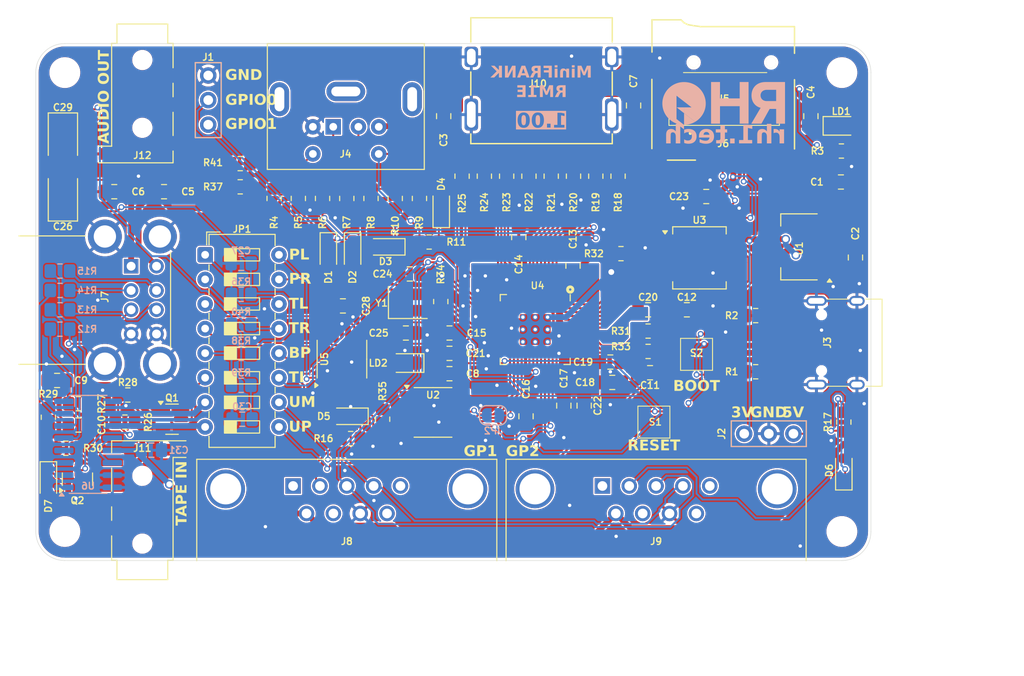
<source format=kicad_pcb>
(kicad_pcb (version 20241229) (generator "pcbnew") (generator_version "9.0")
  (title_block (title "MiniFRANK RM1E") (date "2025-03-24") (rev "1.00") (company "Mikhail Matveev") (comment 1 "https://github.com/xtremespb/frank"))
  (layers (0 "F.Cu" signal) (2 "B.Cu" signal) (13 "F.Paste" user) (15 "B.Paste" user) (5 "F.SilkS" user "F.Silkscreen") (7 "B.SilkS" user "B.Silkscreen") (1 "F.Mask" user) (3 "B.Mask" user) (25 "Edge.Cuts" user))
  (net 0 "")
  (net 1 "GND")
  (net 2 "VBUS")
  (net 3 "+3V3")
  (net 4 "/Audio/L")
  (net 5 "/Audio/R")
  (net 6 "Net-(C10-Pad1)")
  (net 7 "Net-(C10-Pad2)")
  (net 8 "Net-(C24-Pad1)")
  (net 9 "/RP2040/XIN")
  (net 10 "Net-(C29-Pad1)")
  (net 11 "/RP2040/QSPI_SD0")
  (net 12 "/RP2040/QSPI_SD1")
  (net 13 "/GPIO28")
  (net 14 "/RP2040/QSPI_SS")
  (net 15 "/RP2040/QSPI_SCLK")
  (net 16 "/RP2040/QSPI_SD3")
  (net 17 "/RP2040/QSPI_SD2")
  (net 18 "/OUT_L")
  (net 19 "/OUT_R")
  (net 20 "/PW_DM")
  (net 21 "/UH_DP_IN")
  (net 22 "/PW_DP")
  (net 23 "/OUT_B")
  (net 24 "/GPIO0")
  (net 25 "/GPIO1")
  (net 26 "/MS_DATA_3V")
  (net 27 "/MS_CLK_3V")
  (net 28 "/GP1_DATA")
  (net 29 "/GP2_DATA")
  (net 30 "Net-(D7-K)")
  (net 31 "Net-(D7-A)")
  (net 32 "/UH_DM_IN")
  (net 33 "/MS_CLK")
  (net 34 "/KB_DATA")
  (net 35 "/MS_DATA")
  (net 36 "/KB_CLK")
  (net 37 "/Micro SD/DAT2")
  (net 38 "/GPIO4")
  (net 39 "/Micro SD/DAT1")
  (net 40 "/Micro SD/POL")
  (net 41 "/GPIO5")
  (net 42 "/GPIO2")
  (net 43 "/Micro SD/DET")
  (net 44 "/GPIO3")
  (net 45 "/GPIO14")
  (net 46 "/GPIO15")
  (net 51 "Net-(J9-Pad2)")
  (net 52 "/RP2040/~{USB_BOOT}")
  (net 53 "/RP2040/XOUT")
  (net 54 "/RP2040/GPIO25")
  (net 55 "/GPIO29")
  (net 56 "/GPIO23")
  (net 57 "/SWCLK")
  (net 58 "/GPIO24")
  (net 59 "/GPIO21")
  (net 60 "/SWD")
  (net 61 "/GPIO17")
  (net 62 "/GPIO13")
  (net 63 "/GPIO10")
  (net 64 "/GPIO8")
  (net 65 "/GPIO7")
  (net 66 "/GPIO11")
  (net 67 "/GPIO26")
  (net 68 "/GPIO18")
  (net 69 "Net-(U4-VREG_VOUT)")
  (net 70 "/GPIO9")
  (net 71 "/GPIO27")
  (net 72 "/GPIO20")
  (net 73 "/GPIO16")
  (net 74 "/GPIO19")
  (net 75 "/RUN")
  (net 76 "/GPIO6")
  (net 77 "/GPIO22")
  (net 78 "/GPIO12")
  (net 79 "Net-(U5-FLT)")
  (net 80 "Net-(J3-CC1)")
  (net 83 "Net-(J3-CC2)")
  (net 85 "Net-(J7-D2+)")
  (net 86 "Net-(J7-D1-)")
  (net 87 "Net-(J7-D2-)")
  (net 88 "Net-(J7-D1+)")
  (net 93 "Net-(J8-Pad2)")
  (net 94 "Net-(J10-D2N)")
  (net 95 "Net-(J10-D2P)")
  (net 96 "Net-(J10-D0N)")
  (net 97 "Net-(J10-D1P)")
  (net 101 "Net-(J10-D1N)")
  (net 102 "Net-(J10-CLKP)")
  (net 104 "Net-(J10-D0P)")
  (net 106 "Net-(J10-CLKN)")
  (net 108 "Net-(JP2-A)")
  (net 109 "Net-(LD2-A)")
  (net 110 "Net-(U4-USB_DP)")
  (net 111 "Net-(U4-USB_DM)")
  (net 113 "Net-(U6-VD3)")
  (net 114 "/TDA_L")
  (net 115 "/LOAD_IN_D")
  (net 116 "/TDA_R")
  (net 117 "Net-(LD1-A)")
  (net 118 "Net-(Q1-B)")
  (net 119 "/UH_DP1")
  (net 120 "/UH_DP2")
  (net 121 "/UH_DM1")
  (net 122 "/UH_DM2")
  (net 125 "/UH_DP3")
  (net 126 "/UH_DM3")
  (net 127 "/UH_DP4")
  (net 128 "/UH_DM4")
  (net 129 "Net-(C26-Pad1)")
  (footprint "FRANK:Capacitor (0805)" (layer "F.Cu") (at 170 60.8 180)
    (property "Reference" "C24")
    (property "Value" "15p")
  )
  (footprint "FRANK:QFN 56" (layer "F.Cu") (at 182.95 66.5375 -90)
    (property "Reference" "U4")
    (property "Value" "RP2040")
  )
  (footprint "FRANK:Diode (SOD-323)" (layer "F.Cu") (at 161.6 58.55 -90)
    (property "Reference" "D1")
    (property "Value" "3V3")
  )
  (footprint "FRANK:Capacitor (0805)" (layer "F.Cu") (at 216 59.1 -90)
    (property "Reference" "C2")
    (property "Value" "10u")
  )
  (footprint "FRANK:Capacitor (0805)" (layer "F.Cu") (at 174.1 69 180)
    (property "Reference" "C21")
    (property "Value" "1u")
  )
  (footprint "FRANK:Resistor (0805)" (layer "F.Cu") (at 132.7 75.6 -90)
    (property "Reference" "R29")
    (property "Value" "10K")
  )
  (footprint "FRANK:Capacitor (0805)" (layer "F.Cu") (at 193.1 43.4 -90)
    (property "Reference" "C7")
    (property "Value" "100n")
  )
  (footprint "FRANK:Capacitor (0805)" (layer "F.Cu") (at 194.6 64.5)
    (property "Reference" "C20")
    (property "Value" "100n")
  )
  (footprint "FRANK:Resistor (0805)" (layer "F.Cu") (at 194.6 66.7 180)
    (property "Reference" "R31")
    (property "Value" "27R")
  )
  (footprint "FRANK:Capacitor (0805)" (layer "F.Cu") (at 188 74.4 -90)
    (property "Reference" "C22")
    (property "Value" "1u")
  )
  (footprint "FRANK:Capacitor (0805)" (layer "F.Cu") (at 190.9 72)
    (property "Reference" "C18")
    (property "Value" "100n")
  )
  (footprint "FRANK:Capacitor (0805)" (layer "F.Cu") (at 163.1 64.1)
    (property "Reference" "C28")
    (property "Value" "10u")
  )
  (footprint "FRANK:Capacitor (0805)" (layer "F.Cu") (at 200.6 52.8 180)
    (property "Reference" "C23")
    (property "Value" "100n")
  )
  (footprint "FRANK:Resistor (0805)" (layer "F.Cu") (at 158.5 53 -90)
    (property "Reference" "R5")
    (property "Value" "100R")
  )
  (footprint "FRANK:Resistor (0805)" (layer "F.Cu") (at 152.5 51.8)
    (property "Reference" "R37")
    (property "Value" "330R")
  )
  (footprint "FRANK:Jack (3.5mm, PJ-320D)" (layer "F.Cu") (at 142.4 43.45 -90)
    (property "Reference" "J12")
    (property "Value" "PJ-320D" (hide yes))
  )
  (footprint "FRANK:Capacitor (0805)" (layer "F.Cu") (at 211.4 44.5 90)
    (property "Reference" "C4")
    (property "Value" "100n")
  )
  (footprint "FRANK:MicroSD (SMD, long)" (layer "F.Cu") (at 202.35 50.25)
    (property "Reference" "J6")
    (property "Value" "104031-0811")
  )
  (footprint "FRANK:SO-8" (layer "F.Cu") (at 172.4 75.1)
    (property "Reference" "U2")
    (property "Value" "ESP-PSRAM32")
  )
  (footprint "FRANK:Resistor (0805)" (layer "F.Cu") (at 134.5 78.8 180)
    (property "Reference" "R30")
    (property "Value" "100R")
  )
  (footprint "FRANK:Resistor (0805)" (layer "F.Cu") (at 140.6 76.1 180)
    (property "Reference" "R26")
    (property "Value" "10K")
  )
  (footprint "FRANK:Resistor (0805)" (layer "F.Cu") (at 171 53 90)
    (property "Reference" "R9")
    (property "Value" "1K")
  )
  (footprint "FRANK:Resistor (0805)" (layer "F.Cu") (at 205.7 65.1)
    (property "Reference" "R2")
    (property "Value" "5.1K")
  )
  (footprint "FRANK:SOT-23" (layer "F.Cu") (at 135.7 82 90)
    (property "Reference" "Q2")
    (property "Value" "BC850")
  )
  (footprint "FRANK:D-SUB (9 pin, male, top mount)" (layer "F.Cu") (at 189.885 82.7)
    (property "Reference" "J9")
    (property "Value" "D-SUB 9 Male")
  )
  (footprint "FRANK:Capacitor (0805)" (layer "F.Cu") (at 174.1 66.9 180)
    (property "Reference" "C15")
    (property "Value" "100n")
  )
  (footprint "FRANK:Mounting Hole (2.7mm)" (layer "F.Cu") (at 134.4 87.4)
    (property "Reference" "H4" (hide yes))
    (property "Value" "Hole 2.7mm")
  )
  (footprint "FRANK:Resistor (0805)" (layer "F.Cu") (at 135.8 74.2)
    (property "Reference" "R27")
    (property "Value" "1K")
  )
  (footprint "FRANK:USB Type A (stacked)" (layer "F.Cu") (at 141.2423 60)
    (property "Reference" "J7")
    (property "Value" "SS-52100-004")
  )
  (footprint "FRANK:Resistor (0805)" (layer "F.Cu") (at 163.5 53 90)
    (property "Reference" "R7")
    (property "Value" "1K")
  )
  (footprint "FRANK:SOT-223" (layer "F.Cu") (at 210.2 58 180)
    (property "Reference" "U1")
    (property "Value" "NCP1117 3.3")
  )
  (footprint "FRANK:SOIC-8" (layer "F.Cu") (at 199.9 59.135)
    (property "Reference" "U3")
    (property "Value" "W25Q128JVSIQ")
  )
  (footprint "FRANK:Resistor (0805)" (layer "F.Cu") (at 214.8 76.1 90)
    (property "Reference" "R17")
    (property "Value" "1K")
  )
  (footprint "FRANK:Resistor (0805)" (layer "F.Cu") (at 180 50.7 -90)
    (property "Reference" "R23")
    (property "Value" "270R")
  )
  (footprint "FRANK:Resistor (0805)" (layer "F.Cu") (at 186.9 50.7 -90)
    (property "Reference" "R20")
    (property "Value" "270R")
  )
  (footprint "FRANK:Button (SMD, 3x3mm, 1-1)" (layer "F.Cu") (at 197.95 70.755 90)
    (property "Reference" "S2")
    (property "Value" "TS-1233" (hide yes))
  )
  (footprint "FRANK:Capacitor (0805)" (layer "F.Cu") (at 174.1 71.1 180)
    (property "Reference" "C8")
    (property "Value" "100n")
  )
  (footprint "FRANK:Diode (SOD-323)" (layer "F.Cu") (at 163.7 75.5 180)
    (property "Reference" "D5")
    (property "Value" "3V3")
  )
  (footprint "FRANK:Button (SMD, 3x3mm, 1-1)" (layer "F.Cu") (at 193.545 74.45)
    (property "Reference" "S1")
    (property "Value" "TS-1233" (hide yes))
  )
  (footprint "FRANK:Resistor (0805)" (layer "F.Cu") (at 168.5 53 -90)
    (property "Reference" "R10")
    (property "Value" "100R")
  )
  (footprint "FRANK:Capacitor (3528, tantalum, polar)" (layer "F.Cu") (at 134.2 52.7 90)
    (property "Reference" "C26")
    (property "Value" "10u")
  )
  (footprint "FRANK:Capacitor (0805)" (layer "F.Cu") (at 181.25 57 90)
    (property "Reference" "C14")
    (property "Value" "100n")
  )
  (footprint "FRANK:Capacitor (0805)" (layer "F.Cu") (at 194.8 71)
    (property "Reference" "C11")
    (property "Value" "100n")
  )
  (footprint "FRANK:Capacitor (0805)" (layer "F.Cu") (at 139.5 52.3 180)
    (property "Reference" "C6")
    (property "Value" "10u")
  )
  (footprint "FRANK:Resistor (0805)" (layer "F.Cu") (at 156 53 90)
    (property "Reference" "R4")
    (property "Value" "1K")
  )
  (footprint "FRANK:Resistor (0805)" (layer "F.Cu") (at 177.7 50.7 -90)
    (property "Reference" "R24")
    (property "Value" "270R")
  )
  (footprint "FRANK:HDMI (female)" (layer "F.Cu") (at 183.6 44.3375 180)
    (property "Reference" "J10")
    (property "Value" "DC3RX19JA2")
  )
  (footprint "FRANK:Resistor (0805)" (layer "F.Cu") (at 173.2 63.65 90)
    (property "Reference" "R34")
    (property "Value" "1K")
  )
  (footprint "FRANK:Resistor (0805)" (layer "F.Cu") (at 184.6 50.7 -90)
    (property "Reference" "R21")
    (property "Value" "270R")
  )
  (footprint "FRANK:Capacitor (0805)" (layer "F.Cu") (at 173.5 44.5 90)
    (property "Reference" "C3")
    (property "Value" "100n")
  )
  (footprint "FRANK:Resistor (0805)" (layer "F.Cu") (at 140.9 73.3)
    (property "Reference" "R28")
    (property "Value" "10K")
  )
  (footprint "FRANK:Capacitor (0805)" (layer "F.Cu") (at 144.6375 52.3)
    (property "Reference" "C5")
    (property "Value" "10u")
  )
  (footprint "FRANK:Resistor (0805)" (layer "F.Cu") (at 191.5 50.7 -90)
    (property "Reference" "R18")
    (property "Value" "270R")
  )
  (footprint "FRANK:Resistor (0805)" (layer "F.Cu") (at 191.8 58.7 180)
    (property "Reference" "R32")
    (property "Value" "1K")
  )
  (footprint "FRANK:Diode (SOD-323)" (layer "F.Cu") (at 173.25 54 90)
    (property "Reference" "D4")
    (property "Value" "3V3")
  )
  (footprint "FRANK:Capacitor (0805)" (layer "F.Cu") (at 169.6 66.9)
    (property "Reference" "C25")
    (property "Value" "15p")
  )
  (footprint "FRANK:Pin Header (1x03)" (layer "F.Cu") (at 149.2 40.3)
    (property "Reference" "J1")
    (property "Value" "UART")
  )
  (footprint "FRANK:Diode (SOD-323)" (layer "F.Cu") (at 164.1 58.55 -90)
    (property "Reference" "D2")
    (property "Value" "3V3")
  )
  (footprint "FRANK:USB Type C" (layer "F.Cu") (at 218.75 67.9 90)
    (property "Reference" "J3")
    (property "Value" "USB4215")
  )
  (footprint "FRANK:Resistor (0805)" (layer "F.Cu") (at 163.9 77.8 180)
    (property "Reference" "R16")
    (property "Value" "1K")
  )
  (footprint "FRANK:Capacitor (0805)" (layer "F.Cu") (at 182 75.5 -90)
    (property "Reference" "C16")
    (property "Value" "100n")
  )
  (footprint "FRANK:Resistor (0805)" (layer "F.Cu") (at 167.2 75.8 -90)
    (property "Reference" "R35")
    (property "Value" "1K")
  )
  (footprint "FRANK:LED (0805)" (layer "F.Cu") (at 214.525 45.5)
    (property "Reference" "LD1")
    (property "Value" "Green")
  )
  (footprint "FRANK:Capacitor (3528, tantalum, polar)" (layer "F.Cu") (at 134.2 46.8 -90)
    (property "Reference" "C29")
    (property "Value" "10u")
  )
  (footprint "FRANK:SOT-23" (layer "F.Cu") (at 145.4625 75.8)
    (property "Reference" "Q1")
    (property "Value" "BC850")
  )
  (footprint "FRANK:Capacitor (0805)" (layer "F.Cu") (at 135.8 76.4 180)
    (property "Reference" "C10")
    (property "Value" "100n")
  )
  (footprint "FRANK:Resistor (0805)" (layer "F.Cu") (at 182.3 50.7 -90)
    (property "Reference" "R22")
    (property "Value" "270R")
  )
  (footprint "FRANK:Capacitor (0805)" (layer "F.Cu") (at 186.85 59.95 90)
    (property "Reference" "C13")
    (property "Value" "100n")
  )
  (footprint "FRANK:Resistor (0805)" (layer "F.Cu") (at 189.2 50.7 -90)
    (property "Reference" "R19")
    (property "Value" "270R")
  )
  (footprint "FRANK:Resistor (0805)" (layer "F.Cu") (at 172 57.5)
    (property "Reference" "R11")
    (property "Value" "100R")
  )
  (footprint "FRANK:DIP Switch (8x8)" (layer "F.Cu") (at 148.88 58.82)
    (property "Reference" "JP1")
    (property "Value" "Main Jumpers" (hide yes))
  )
  (footprint "FRANK:Mounting Hole (2.7mm)" (layer "F.Cu") (at 214.6 87.4)
    (property "Reference" "H2" (hide yes))
    (property "Value" "Hole 2.7mm")
  )
  (footprint "FRANK:Mounting Hole (2.7mm)" (layer "F.Cu") (at 214.6 40)
    (property "Reference" "H1" (hide yes))
    (property "Value" "Hole 2.7mm")
  )
  (footprint "FRANK:Resistor (0805)" (layer "F.Cu") (at 205.7 70.9)
    (property "Reference" "R1")
    (property "Value" "5.1K")
  )
  (footprint "FRANK:Pin Header (1x03)" (layer "F.Cu") (at 204.52 77.3 90)
    (property "Reference" "J2")
    (property "Value" "Power")
  )
  (footprint "FRANK:Resistor (0805)" (layer "F.Cu") (at 161 53 -90)
    (property "Reference" "R6")
    (property "Value" "100R")
  )
  (footprint "FRANK:Resistor (0805)" (layer "F.Cu") (at 175.4 50.7 -90)
    (property "Reference" "R25")
    (property "Value" "270R")
  )
  (footprint "FRANK:Mounting Hole (2.7mm)" (layer "F.Cu") (at 134.4 40)
    (property "Reference" "H3" (hide yes))
    (property "Value" "Hole 2.7mm")
  )
  (footprint "FRANK:MiniDIN (6 Pin, female)" (layer "F.Cu") (at 162.1 45.6 180)
    (property "Reference" "J4")
    (property "Value" "MDC-036")
  )
  (footprint "FRANK:Resistor (0805)" (layer "F.Cu") (at 194.6 68.8 180)
    (property "Reference" "R33")
    (property "Value" "27R")
  )
  (footprint "FRANK:Diode (SOD-323)" (layer "F.Cu") (at 167.5 58 180)
    (property "Reference" "D3")
    (property "Value" "3V3")
  )
  (footprint "FRANK:Crystal (3225)" (layer "F.Cu") (at 169.8 63.75)
    (property "Reference" "Y1")
    (property "Value" "12 MHz")
  )
  (footprint "FRANK:Capacitor (0805)" (layer "F.Cu") (at 185.9 74.4 -90)
    (property "Reference" "C17")
    (property "Value" "100n")
  )
  (footprint "FRANK:Capacitor (0805)" (layer "F.Cu") (at 214.5 51.3 180)
    (property "Reference" "C1")
    (property "Value" "10u")
  )
  (footprint "FRANK:Resistor (0805)" (layer "F.Cu") (at 214.55 48.1 180)
    (property "Reference" "R3")
    (property "Value" "1K")
  )
  (footprint "FRANK:Capacitor (0805)" (layer "F.Cu") (at 133.6 71.8 180)
    (property "Reference" "C9")
    (property "Value" "100n")
  )
  (footprint "FRANK:MicroSD (SMD, short)" (layer "F.Cu") (at 202.45 42.7 180)
    (property "Reference" "J5")
    (property "Value" "0475710001" (hide yes))
  )
  (footprint "FRANK:D-SUB (9 pin, male, top mount)" (layer "F.Cu") (at 157.96 82.7)
    (property "Reference" "J8")
    (property "Value" "D-SUB 9 Male")
  )
  (footprint "FRANK:Resistor (0805)" (layer "F.Cu") (at 166 53 90)
    (property "Reference" "R8")
    (property "Value" "1K")
  )
  (footprint "FRANK:Capacitor (0805)" (layer "F.Cu") (at 190.7 69.9)
    (property "Reference" "C19")
    (property "Value" "100n")
  )
  (footprint "FRANK:Capacitor (0805)" (layer "F.Cu") (at 198.6 64.5)
    (property "Reference" "C12")
    (property "Value" "100n")
  )
  (footprint "FRANK:Diode (SOD-323)" (layer "F.Cu") (at 214.8 81.1 90)
    (property "Reference" "D6")
    (property "Value" "3V3")
  )
  (footprint "FRANK:Jack (3.5mm, PJ-320D)" (layer "F.Cu") (at 142.4 83.9 90)
    (property "Reference" "J11")
    (property "Value" "PJ-320D" (hide yes))
  )
  (footprint "FRANK:LED (0805)" (layer "F.Cu") (at 169.6 70 180)
    (property "Reference" "LD2")
    (property "Value" "Blue")
  )
  (footprint "FRANK:Diode (SOD-323)" (layer "F.Cu") (at 132.7 82.2 -90)
    (property "Reference" "D7")
    (property "Value" "1N4148")
  )
  (footprint "FRANK:Resistor (0805)" (layer "F.Cu") (at 152.5 49.4)
    (property "Reference" "R41")
    (property "Value" "330R")
  )
  (footprint "FRANK:SO-8" (layer "F.Cu") (at 163 69.6 90)
    (property "Reference" "U5")
    (property "Value" "TDA1387T")
  )
  (footprint "FRANK:Resistor (0805)" (layer "B.Cu") (at 133.9 62.5)
    (property "Reference" "R14")
    (property "Value" "22R")
  )
  (footprint "FRANK:Resistor (0805)" (layer "B.Cu") (at 152.6 72.3 180)
    (property "Reference" "R39")
    (property "Value" "2K")
  )
  (footprint "FRANK:Resistor (0805)" (layer "B.Cu") (at 152.6 66)
    (property "Reference" "R40")
    (property "Value" "1K")
  )
  (footprint "FRANK:Resistor (0805)" (layer "B.Cu") (at 133.9 60.5)
    (property "Reference" "R15")
    (property "Value" "22R")
  )
  (footprint "FRANK:Resistor (0805)" (layer "B.Cu") (at 133.9 66.5)
    (property "Reference" "R12")
    (property "Value" "22R")
  )
  (footprint "FRANK:Capacitor (0805)" (layer "B.Cu") (at 143.3375 79)
    (property "Reference" "C31")
    (property "Value" "4.7u")
  )
  (footprint "FRANK:SOP-16" (layer "B.Cu") (at 136.8 78.4)
    (property "Reference" "U6")
    (property "Value" "MW7211A")
  )
  (footprint "FRANK:Resistor (0805)" (layer "B.Cu") (at 133.9 64.5)
    (property "Reference" "R13")
    (property "Value" "22R")
  )
  (footprint "FRANK:Resistor (0805)" (layer "B.Cu") (at 152.6 62.9 180)
    (property "Reference" "R36")
    (property "Value" "1K")
  )
  (footprint "FRANK:Resistor (0805)" (layer "B.Cu") (at 152.6 69 180)
    (property "Reference" "R38")
    (property "Value" "2K")
  )
  (footprint "FRANK:Capacitor (0805)" (layer "B.Cu") (at 152.6 59.7 180)
    (property "Reference" "C27")
    (property "Value" "10n")
  )
  (footprint "FRANK:Capacitor (0805)" (layer "B.Cu") (at 152.7 75.8 180)
    (property "Reference" "C30")
    (property "Value" "10n")
  )
  (footprint "FRANK:Jumper (solder)" (layer "B.Cu") (at 178.6 75.4)
    (property "Reference" "JP2")
    (property "Value" "Jumper (Solder)")
  )
  (gr_poly (pts (xy 204.053002 42.663755) (xy 202.020207 42.663755) (xy 202.020207 40.973068) (xy 201.09787 40.973068) (xy 201.09787 45.276781) (xy 202.020207 45.277575) (xy 202.020207 43.471) (xy 204.053 43.471) (xy 204.053 45.277575) (xy 204.969782 45.277575) (xy 204.969782 40.973068) (xy 204.053002 40.973068)) (stroke (width -0.000001)) (fill yes) (layer "B.SilkS"))
  (gr_poly (pts (xy 198.200455 40.979591) (xy 198.090623 40.9868) (xy 197.981681 40.999384) (xy 197.873813 41.017267) (xy 197.767203 41.040377) (xy 197.662037 41.068637) (xy 197.558497 41.101973) (xy 197.456769 41.14031) (xy 197.357036 41.183575) (xy 197.259484 41.231691) (xy 197.164295 41.284585) (xy 197.071655 41.342182) (xy 196.981748 41.404408) (xy 196.894758 41.471186) (xy 196.810869 41.542444) (xy 196.730266 41.618107) (xy 196.653521 41.69768) (xy 196.581135 41.780597) (xy 196.513186 41.866677) (xy 196.449751 41.955734) (xy 196.390907 42.047586) (xy 196.33673 42.14205) (xy 196.287299 42.238943) (xy 196.24269 42.33808) (xy 196.20298 42.439279) (xy 196.168247 42.542357) (xy 196.138567 42.647131) (xy 196.114018 42.753416) (xy 196.094677 42.86103) (xy 196.08062 42.969789) (xy 196.071926 43.079511) (xy 196.068671 43.190012) (xy 196.072461 43.317394) (xy 196.083549 43.443585) (xy 196.101796 43.568307) (xy 196.127067 43.691283) (xy 196.159224 43.812235) (xy 196.198131 43.930887) (xy 196.24365 44.046961) (xy 196.295646 44.16018) (xy 196.353979 44.270268) (xy 196.418515 44.376947) (xy 196.489116 44.479939) (xy 196.565644 44.578969) (xy 196.647964 44.673758) (xy 196.735938 44.76403) (xy 196.829429 44.849507) (xy 196.928301 44.929912) (xy 196.997873 44.981559) (xy 197.069309 45.03042) (xy 197.142526 45.076451) (xy 197.217439 45.119603) (xy 197.293962 45.15983) (xy 197.372011 45.197086) (xy 197.4515 45.231323) (xy 197.532344 45.262494) (xy 197.63315 45.341869) (xy 198.307837 45.86495) (xy 198.307837 45.399019) (xy 198.307837 45.39743) (xy 197.862544 45.052943) (xy 197.63315 44.874349) (xy 197.532344 44.794974) (xy 197.532344 42.387531) (xy 198.307837 42.988401) (xy 198.97141 43.503544) (xy 199.084916 43.591649) (xy 198.307835 43.591649) (xy 199.638952 44.623524) (xy 199.703246 44.67353) (xy 199.638952 44.624318) (xy 199.534971 44.544943) (xy 198.307835 43.592443) (xy 198.307835 44.190132) (xy 199.457186 45.082306) (xy 199.477736 45.070388) (xy 199.497766 45.058395) (xy 199.517349 45.046254) (xy 199.53656 45.033889) (xy 199.578642 45.006222) (xy 199.620071 44.97762) (xy 199.660831 44.948095) (xy 199.700906 44.917658) (xy 199.740282 44.886322) (xy 199.778943 44.854098) (xy 199.816874 44.820998) (xy 199.85406 44.787034) (xy 199.85406 44.787031) (xy 199.891312 44.751275) (xy 199.927689 44.714699) (xy 199.963178 44.67732) (xy 199.997768 44.639154) (xy 200.031446 44.600218) (xy 200.0642 44.56053) (xy 200.096017 44.520106) (xy 200.126884 44.478964) (xy 200.156791 44.43712) (xy 200.185723 44.394592) (xy 200.213669 44.351396) (xy 200.240617 44.307549) (xy 200.266553 44.263069) (xy 200.291466 44.217972) (xy 200.315344 44.172275) (xy 200.338173 44.125996) (xy 200.363602 44.070693) (xy 200.387444 44.014777) (xy 200.40969 43.958284) (xy 200.430333 43.901247) (xy 200.449366 43.8437) (xy 200.46678 43.785678) (xy 200.482567 43.727215) (xy 200.49672 43.668345) (xy 200.509231 43.609102) (xy 200.520093 43.54952) (xy 200.529297 43.489634) (xy 200.536835 43.429478) (xy 200.542701 43.369086) (xy 200.546885 43.308492) (xy 200.549381 43.247731) (xy 200.55018 43.186836) (xy 200.546777 43.076541) (xy 200.537956 42.96703) (xy 200.523793 42.858484) (xy 200.504366 42.751084) (xy 200.479751 42.645015) (xy 200.450025 42.540457) (xy 200.415265 42.437592) (xy 200.375548 42.336604) (xy 200.33095 42.237674) (xy 200.281549 42.140985) (xy 200.227422 42.046718) (xy 200.168644 41.955057) (xy 200.105294 41.866182) (xy 200.037448 41.780276) (xy 199.965182 41.697522) (xy 199.888573 41.618102) (xy 199.808121 41.542578) (xy 199.724395 41.471441) (xy 199.637577 41.404766) (xy 199.547852 41.342627) (xy 199.455402 41.285098) (xy 199.36041 41.232254) (xy 199.263059 41.184169) (xy 199.163534 41.140917) (xy 199.062017 41.102574) (xy 198.958691 41.069212) (xy 198.853739 41.040907) (xy 198.747346 41.017732) (xy 198.639693 40.999763) (xy 198.530965 40.987074) (xy 198.421343 40.979738) (xy 198.311013 40.977831) (xy 198.310993 40.977831)) (stroke (width -0.000001)) (fill yes) (layer "B.SilkS"))
  (gr_poly (pts (xy 198.311013 44.729094) (xy 198.311013 45.395051) (xy 198.386712 45.393916) (xy 198.46218 45.390249) (xy 198.537356 45.384066) (xy 198.612179 45.375384) (xy 198.686589 45.36422) (xy 198.760524 45.35059) (xy 198.833924 45.33451) (xy 198.906727 45.315998) (xy 198.978873 45.295069) (xy 199.050301 45.271742) (xy 199.120949 45.246031) (xy 199.190756 45.217954) (xy 199.259663 45.187527) (xy 199.327607 45.154767) (xy 199.394529 45.11969) (xy 199.460366 45.082314) (xy 198.311013 44.190137)) (stroke (width -0.000001)) (fill yes) (layer "B.SilkS"))
  (gr_poly (pts (xy 206.635349 40.974776) (xy 206.55436 40.979852) (xy 206.475481 40.988228) (xy 206.398751 40.999837) (xy 206.324205 41.014611) (xy 206.251881 41.032481) (xy 206.181816 41.053378) (xy 206.114046 41.077236) (xy 206.048609 41.103985) (xy 205.98554 41.133558) (xy 205.924878 41.165886) (xy 205.86666 41.200901) (xy 205.810921 41.238536) (xy 205.757699 41.278721) (xy 205.707032 41.321389) (xy 205.658955 41.366471) (xy 205.613506 41.4139) (xy 205.570721 41.463607) (xy 205.530638 41.515524) (xy 205.493294 41.569583) (xy 205.458725 41.625716) (xy 205.426968 41.683854) (xy 205.398061 41.74393) (xy 205.372039 41.805874) (xy 205.348941 41.86962) (xy 205.328803 41.935099) (xy 205.311662 42.002242) (xy 205.297554 42.070982) (xy 205.286517 42.141251) (xy 205.278588 42.212979) (xy 205.273804 42.2861) (xy 205.272201 42.360544) (xy 205.273581 42.43087) (xy 205.277663 42.499127) (xy 205.284357 42.565326) (xy 205.293575 42.629478) (xy 205.305226 42.691594) (xy 205.319223 42.751684) (xy 205.335475 42.809758) (xy 205.353895 42.865828) (xy 205.374392 42.919904) (xy 205.396878 42.971996) (xy 205.421264 43.022115) (xy 205.44746 43.070273) (xy 205.475377 43.116478) (xy 205.504927 43.160743) (xy 205.568567 43.243491) (xy 205.637667 43.318603) (xy 205.711515 43.386163) (xy 205.789397 43.446256) (xy 205.870601 43.498967) (xy 205.954414 43.544381) (xy 206.040124 43.582582) (xy 206.127017 43.613656) (xy 206.214382 43.637688) (xy 205.2468 45.276781) (xy 206.296138 45.277575) (xy 207.143862 43.751193) (xy 207.815375 43.751193) (xy 207.815375 45.280749) (xy 208.731362 45.280749) (xy 208.731362 42.941567) (xy 207.815375 42.941567) (xy 206.851763 42.941567) (xy 206.817722 42.940919) (xy 206.784232 42.938984) (xy 206.751327 42.935779) (xy 206.719044 42.931318) (xy 206.687415 42.925619) (xy 206.656476 42.918697) (xy 206.626262 42.910568) (xy 206.596808 42.901248) (xy 206.568147 42.890751) (xy 206.540316 42.879096) (xy 206.513348 42.866296) (xy 206.487278 42.852368) (xy 206.462141 42.837329) (xy 206.437973 42.821193) (xy 206.414806 42.803976) (xy 206.392677 42.785695) (xy 206.371621 42.766365) (xy 206.35167 42.746002) (xy 206.332862 42.724623) (xy 206.315229 42.702241) (xy 206.298808 42.678875) (xy 206.283632 42.654539) (xy 206.269737 42.629249) (xy 206.257157 42.603021) (xy 206.245927 42.575871) (xy 206.236081 42.547815) (xy 206.227655 42.518869) (xy 206.220683 42.489048) (xy 206.2152 42.458369) (xy 206.211241 42.426846) (xy 206.208839 42.394497) (xy 206.208031 42.361336) (xy 206.20565 42.361339) (xy 206.206459 42.327827) (xy 206.20886 42.295166) (xy 206.21282 42.26337) (xy 206.218305 42.232454) (xy 206.22528 42.20243) (xy 206.233711 42.173313) (xy 206.243562 42.145117) (xy 206.254801 42.117856) (xy 206.267391 42.091544) (xy 206.2813 42.066194) (xy 206.296492 42.041821) (xy 206.312932 42.018439) (xy 206.330587 41.996061) (xy 206.349422 41.974702) (xy 206.369403 41.954375) (xy 206.390495 41.935095) (xy 206.412663 41.916875) (xy 206.435874 41.89973) (xy 206.460093 41.883672) (xy 206.485284 41.868717) (xy 206.511415 41.854879) (xy 206.53845 41.84217) (xy 206.566356 41.830606) (xy 206.595096 41.820199) (xy 206.624638 41.810965) (xy 206.654947 41.802917) (xy 206.685988 41.796068) (xy 206.717726 41.790434) (xy 206.750128 41.786027) (xy 206.783159 41.782862) (xy 206.816784 41.780953) (xy 206.850969 41.780313) (xy 207.815375 41.780313) (xy 207.815375 42.941567) (xy 208.731362 42.941567) (xy 208.731362 40.973068) (xy 206.718412 40.973068)) (stroke (width -0.000001)) (fill yes) (layer "B.SilkS"))
  (gr_poly (pts (xy 198.311013 44.190931) (xy 198.311013 43.589269) (xy 197.535519 43.589269)) (stroke (width -0.000001)) (fill yes) (layer "B.SilkS"))
  (gr_line (start 214.6 90.4) (end 134.4 90.4) (stroke (width 0.05)) (layer "Edge.Cuts"))
  (gr_line (start 214.6 37) (end 134.4 37) (stroke (width 0.05)) (layer "Edge.Cuts"))
  (gr_arc (start 131.4 40) (mid 132.27868 37.87868) (end 134.4 37) (stroke (width 0.05)) (layer "Edge.Cuts"))
  (gr_arc (start 134.4 90.4) (mid 132.27868 89.52132) (end 131.4 87.4) (stroke (width 0.05)) (layer "Edge.Cuts"))
  (gr_line (start 217.6 40) (end 217.6 87.4) (stroke (width 0.05)) (layer "Edge.Cuts"))
  (gr_line (start 131.4 40) (end 131.4 87.4) (stroke (width 0.05)) (layer "Edge.Cuts"))
  (gr_arc (start 214.6 37) (mid 216.72132 37.87868) (end 217.6 40) (stroke (width 0.05)) (layer "Edge.Cuts"))
  (gr_arc (start 217.6 87.4) (mid 216.72132 89.52132) (end 214.6 90.4) (stroke (width 0.05)) (layer "Edge.Cuts"))
  (gr_text "RESET" (at 195.19 78.56 0) (layer "F.SilkS") (effects (font (size 1.1 1.1) (thickness 0.14) (bold yes))))
  (gr_text "GP1" (at 179.025 79.15 0) (layer "F.SilkS") (effects (font (size 1.1 1.1) (thickness 0.14) (bold yes)) (justify right)))
  (gr_text "5V" (at 209.57 75.15 0) (layer "F.SilkS") (effects (font (size 1.1 1.1) (thickness 0.14) (bold yes))))
  (gr_text "GND" (at 207.04 75.15 0) (layer "F.SilkS") (effects (font (size 1.1 1.1) (thickness 0.14) (bold yes))))
  (gr_text "GND" (at 150.95 40.3 0) (layer "F.SilkS") (effects (font (size 1.1 1.1) (thickness 0.14) (bold yes)) (justify left)))
  (gr_text "3V" (at 204.29 75.15 0) (layer "F.SilkS") (effects (font (size 1.1 1.1) (thickness 0.14) (bold yes))))
  (gr_text "GPIO0" (at 150.95 42.87 0) (layer "F.SilkS") (effects (font (size 1.1 1.1) (thickness 0.14) (bold yes)) (justify left)))
  (gr_text "TL" (at 157.5 63.925 0) (layer "F.SilkS") (effects (font (size 1.1 1.1) (thickness 0.14) (bold yes)) (justify left)))
  (gr_text "BOOT" (at 199.6 72.42 0) (layer "F.SilkS") (effects (font (size 1.1 1.1) (thickness 0.14) (bold yes))))
  (gr_text "TR" (at 157.5 66.45 0) (layer "F.SilkS") (effects (font (size 1.1 1.1) (thickness 0.14) (bold yes)) (justify left)))
  (gr_text "BP" (at 157.5 69 0) (layer "F.SilkS") (effects (font (size 1.1 1.1) (thickness 0.14) (bold yes)) (justify left)))
  (gr_text "GPIO1" (at 150.95 45.36 0) (layer "F.SilkS") (effects (font (size 1.1 1.1) (thickness 0.14) (bold yes)) (justify left)))
  (gr_text "TI" (at 157.5 71.525 0) (layer "F.SilkS") (effects (font (size 1.1 1.1) (thickness 0.14) (bold yes)) (justify left)))
  (gr_text "PL" (at 157.525 58.85 0) (layer "F.SilkS") (effects (font (size 1.1 1.1) (thickness 0.14) (bold yes)) (justify left)))
  (gr_text "PR" (at 157.525 61.35 0) (layer "F.SilkS") (effects (font (size 1.1 1.1) (thickness 0.14) (bold yes)) (justify left)))
  (gr_text "AUDIO OUT" (at 138.475 47.35 90) (layer "F.SilkS") (effects (font (size 1.1 1.1) (thickness 0.14) (bold yes)) (justify left)))
  (gr_text "UP" (at 157.5 76.625 0) (layer "F.SilkS") (effects (font (size 1.1 1.1) (thickness 0.14) (bold yes)) (justify left)))
  (gr_text "GP2" (at 179.925 79.15 0) (layer "F.SilkS") (effects (font (size 1.1 1.1) (thickness 0.14) (bold yes)) (justify left)))
  (gr_text "UM" (at 157.5 74.075 0) (layer "F.SilkS") (effects (font (size 1.1 1.1) (thickness 0.14) (bold yes)) (justify left)))
  (gr_text "TAPE IN" (at 146.5 80.1 90) (layer "F.SilkS") (effects (font (size 1.1 1.1) (thickness 0.14) (bold yes)) (justify right)))
  (gr_text "1.00" (at 183.618 45.932 0) (layer "B.SilkS" knockout) (effects (font (size 1.5 1.5) (thickness 0.3) (bold yes)) (justify bottom mirror)))
  (gr_text "MiniFRANK\nRM1E" (at 183.6 42.732 0) (layer "B.SilkS") (effects (font (size 1.2 1.2) (thickness 0.3) (bold yes)) (justify bottom mirror)))
  (gr_text "rh1.tech" (at 208.857362 47.635776 0) (layer "B.SilkS") (effects (font (size 1.9 1.9) (thickness 0.3) (bold yes)) (justify left bottom mirror)))
  (segment (start 179.512 65.5375) (end 179.5125 65.5375) (width 0.3) (layer "F.Cu") (net 1))
  (segment (start 179.5125 65.5375) (end 181.4 65.5375) (width 0.3) (layer "F.Cu") (net 1))
  (segment (start 181.4 65.5375) (end 181.675 65.2625) (width 0.3) (layer "F.Cu") (net 1))
  (via (at 137.8 63.5) (size 0.6) (drill 0.35) (layers "F.Cu" "B.Cu") (net 1))
  (via (at 212.5 66.6) (size 0.6) (drill 0.35) (layers "F.Cu" "B.Cu") (net 1))
  (via (at 162.3 55) (size 0.6) (drill 0.35) (layers "F.Cu" "B.Cu") (net 1))
  (via (at 186.7 38.3) (size 0.6) (drill 0.35) (layers "F.Cu" "B.Cu") (net 1))
  (via (at 198.2 54) (size 0.6) (drill 0.35) (layers "F.Cu" "B.Cu") (net 1))
  (via (at 210.3 88.9) (size 0.6) (drill 0.35) (layers "F.Cu" "B.Cu") (net 1))
  (via (at 166.3 84.2) (size 0.6) (drill 0.35) (layers "F.Cu" "B.Cu") (net 1))
  (via (at 142 50.7) (size 0.6) (drill 0.35) (layers "F.Cu" "B.Cu") (net 1))
  (via (at 191.3 87.9) (size 0.6) (drill 0.35) (layers "F.Cu" "B.Cu") (net 1))
  (via (at 154 67.4) (size 0.6) (drill 0.35) (layers "F.Cu" "B.Cu") (net 1))
  (via (at 203.8 51.8) (size 0.6) (drill 0.35) (layers "F.Cu" "B.Cu") (net 1))
  (via (at 163.9 74.5) (size 0.6) (drill 0.35) (layers "F.Cu" "B.Cu") (net 1))
  (via (at 159.7 54.2) (size 0.6) (drill 0.35) (layers "F.Cu" "B.Cu") (net 1))
  (via (at 173 76.1) (size 0.6) (drill 0.35) (layers "F.Cu" "B.Cu") (net 1))
  (via (at 180.25 76.525) (size 0.6) (drill 0.35) (layers "F.Cu" "B.Cu") (net 1))
  (via (at 134.1 69.3) (size 0.6) (drill 0.35) (layers "F.Cu" "B.Cu") (net 1))
  (via (at 216.5 68.7) (size 0.6) (drill 0.35) (layers "F.Cu" "B.Cu") (net 1))
  (via (at 140.7 74.4) (size 0.6) (drill 0.35) (layers "F.Cu" "B.Cu") (net 1))
  (via (at 161.5 70.8) (size 0.6) (drill 0.35) (layers "F.Cu" "B.Cu") (net 1))
  (via (at 162.999999 65.945882) (size 0.6) (drill 0.35) (layers "F.Cu" "B.Cu") (net 1))
  (via (at 172.5 74.4) (size 0.6) (drill 0.35) (layers "F.Cu" "B.Cu") (net 1))
  (via (at 169.1 78.3) (size 0.6) (drill 0.35) (layers "F.Cu" "B.Cu") (net 1))
  (via (at 187.661091 53.161091) (size 0.6) (drill 0.35) (layers "F.Cu" "B.Cu") (net 1))
  (via (at 166.2 78.6) (size 0.6) (drill 0.35) (layers "F.Cu" "B.Cu") (net 1))
  (via (at 164 69.9) (size 0.6) (drill 0.35) (layers "F.Cu" "B.Cu") (net 1))
  (via (at 171.8 68.7) (size 0.6) (drill 0.35) (layers "F.Cu" "B.Cu") (net 1))
  (via (at 202.6 66.8) (size 0.6) (drill 0.35) (layers "F.Cu" "B.Cu") (net 1))
  (via (at 216.4 61.8) (size 0.6) (drill 0.35) (layers "F.Cu" "B.Cu") (net 1))
  (via (at 185.7 53.6) (size 0.6) (drill 0.35) (layers "F.Cu" "B.Cu") (net 1))
  (via (at 160 73.1) (size 0.6) (drill 0.35) (layers "F.Cu" "B.Cu") (net 1))
  (via (at 171.8 67.1) (size 0.6) (drill 0.35) (layers "F.Cu" "B.Cu") (net 1))
  (via (at 213.5 78) (size 0.6) (drill 0.35) (layers "F.Cu" "B.Cu") (net 1))
  (via (at 204 54) (size 0.6) (drill 0.35) (layers "F.Cu" "B.Cu") (net 1))
  (via (at 155.1 86.9) (size 0.6) (drill 0.35) (layers "F.Cu" "B.Cu") (net 1))
  (via (at 132.5 70.1) (size 0.6) (drill 0.35) (layers "F.Cu" "B.Cu") (net 1))
  (via (at 164 79.4) (size 0.6) (drill 0.35) (layers "F.Cu" "B.Cu") (net 1))
  (via (at 177.82 77.99) (size 0.6) (drill 0.35) (layers "F.Cu" "B.Cu") (net 1))
  (via (at 213.7 62.1) (size 0.6) (drill 0.35) (layers "F.Cu" "B.Cu") (net 1))
  (via (at 194.3 58.1) (size 0.6) (drill 0.35) (layers "F.Cu" "B.Cu") (net 1))
  (via (at 173.3 61) (size 0.6) (drill 0.35) (layers "F.Cu" "B.Cu") (net 1))
  (via (at 201.3 64.1) (size 0.6) (drill 0.35) (layers "F.Cu" "B.Cu") (net 1))
  (via (at 175.5 64.1) (size 0.6) (drill 0.35) (layers "F.Cu" "B.Cu") (net 1))
  (via (at 216.9 74.2) (size 0.6) (drill 0.35) (layers "F.Cu" "B.Cu") (net 1))
  (via (at 195.8 38.5) (size 0.6) (drill 0.35) (layers "F.Cu" "B.Cu") (net 1))
  (via (at 185.9 77.7) (size 0.6) (drill 0.35) (layers "F.Cu" "B.Cu") (net 1))
  (via (at 186.5 84.7) (size 0.6) (drill 0.35) (layers "F.Cu" "B.Cu") (net 1))
  (via (at 188.2 57.8) (size 0.6) (drill 0.35) (layers "F.Cu" "B.Cu") (net 1))
  (via (at 206.2 51) (size 0.6) (drill 0.35) (layers "F.Cu" "B.Cu") (net 1))
  (via (at 138.3 72.8) (size 0.6) (drill 0.35) (layers "F.Cu" "B.Cu") (net 1))
  (via (at 175.7 61) (size 0.6) (drill 0.35) (layers "F.Cu" "B.Cu") (net 1))
  (via (at 190.7 70.9) (size 0.6) (drill 0.35) (layers "F.Cu" "B.Cu") (net 1))
  (via (at 164.14038 65.24038) (size 0.6) (drill 0.35) (layers "F.Cu" "B.Cu") (net 1))
  (via (at 190.7 74.3) (size 0.6) (drill 0.35) (layers "F.Cu" "B.Cu") (net 1))
  (via (at 201.3 60.7) (size 0.6) (drill 0.35) (layers "F.Cu" "B.Cu") (net 1))
  (via (at 169.5 68.7) (size 0.6) (drill 0.35) (layers "F.Cu" "B.Cu") (net 1))
  (via (at 215.6 49.7) (size 0.6) (drill 0.35) (layers "F.Cu" "B.Cu") (net 1))
  (via (at 135.549 83.975) (size 0.6) (drill 0.35) (layers "F.Cu" "B.Cu") (net 1))
  (via (at 163.3 81.1) (size 0.6) (drill 0.35) (layers "F.Cu" "B.Cu") (net 1))
  (via (at 190 56.2) (size 0.6) (drill 0.35) (layers "F.Cu" "B.Cu") (net 1))
  (via (at 155 64.4) (size 0.6) (drill 0.35) (layers "F.Cu" "B.Cu") (net 1))
  (via (at 177.325134 74.396) (size 0.6) (drill 0.35) (layers "F.Cu" "B.Cu") (net 1))
  (via (at 201 51.1) (size 0.6) (drill 0.35) (layers "F.Cu" "B.Cu") (net 1))
  (via (at 190.8 60.6) (size 0.9) (drill 0.6) (layers "F.Cu" "B.Cu") (net 1))
  (via (at 135.396894 68.603106) (size 0.6) (drill 0.35) (layers "F.Cu" "B.Cu") (net 1))
  (via (at 181.3 53.7) (size 0.6) (drill 0.35) (layers "F.Cu" "B.Cu") (net 1))
  (segment (start 186.1375 65.2625) (end 190.8 60.6) (width 0.6) (layer "B.Cu") (net 1))
  (segment (start 184.225 65.2625) (end 186.1375 65.2625) (width 0.6) (layer "B.Cu") (net 1))
  (segment (start 210.7017 77.3) (end 210.7135 77.2882) (width 0.2) (layer "F.Cu") (net 2))
  (segment (start 215.538 51.3) (end 216.601 50.237) (width 0.6) (layer "F.Cu") (net 2))
  (segment (start 212.199 65.736) (end 211.913 65.45) (width 0.3) (layer "F.Cu") (net 2))
  (segment (start 215.749 44.349) (end 211.151 39.751) (width 0.6) (layer "F.Cu") (net 2))
  (segment (start 213.35 55.7) (end 211.586 55.7) (width 0.6) (layer "F.Cu") (net 2))
  (segment (start 145.180269 82.519731) (end 145.180731 82.519731) (width 0.6) (layer "F.Cu") (net 2))
  (segment (start 212.6 77.2882) (end 212.6 78.493) (width 0.6) (layer "F.Cu") (net 2))
  (segment (start 143.6 52.3) (end 142.011 53.8887) (width 0.6) (layer "F.Cu") (net 2))
  (segment (start 166 54) (end 166.951 53.049) (width 0.4) (layer "F.Cu") (net 2))
  (segment (start 209.329 62.629) (end 212.913917 62.629) (width 0.6) (layer "F.Cu") (net 2))
  (segment (start 213.471 72.6139) (end 212.6 73.4849) (width 0.6) (layer "F.Cu") (net 2))
  (segment (start 172.151 52.849) (end 171 54) (width 0.6) (layer "F.Cu") (net 2))
  (segment (start 215.5375 51.3) (end 214.699 50.4615) (width 0.2) (layer "F.Cu") (net 2))
  (segment (start 210.7135 77.2882) (end 212.6 77.2882) (width 0.2) (layer "F.Cu") (net 2))
  (segment (start 213.471 63.186083) (end 213.471 66.371) (width 0.6) (layer "F.Cu") (net 2))
  (segment (start 208.9 58.3858) (end 208.9 62.2) (width 0.6) (layer "F.Cu") (net 2))
  (segment (start 142.011 58.149) (end 143.862 60) (width 0.6) (layer "F.Cu") (net 2))
  (segment (start 213.471 69.329) (end 213.471 72.6139) (width 0.6) (layer "F.Cu") (net 2))
  (segment (start 143.6 52.3) (end 142.069 52.3) (width 0.6) (layer "F.Cu") (net 2))
  (segment (start 211.151 39.751) (end 211.151 37.799) (width 0.6) (layer "F.Cu") (net 2))
  (segment (start 175.2 43.8375) (end 173.5 45.5375) (width 0.6) (layer "F.Cu") (net 2))
  (segment (start 211.151 37.799) (end 211.051 37.699) (width 0.6) (layer "F.Cu") (net 2))
  (segment (start 165.205 66.725) (end 165.205 54.795) (width 0.5) (layer "F.Cu") (net 2))
  (segment (start 213.099 82.001) (end 208.049 87.051) (width 0.6) (layer "F.Cu") (net 2))
  (segment (start 211.913 65.45) (end 211.055 65.45) (width 0.3) (layer "F.Cu") (net 2))
  (segment (start 212.6 73.4849) (end 212.6 77.2882) (width 0.6) (layer "F.Cu") (net 2))
  (segment (start 160.596 86.791) (end 159.345 85.54) (width 0.6) (layer "F.Cu") (net 2))
  (segment (start 173.5 45.5375) (end 166.862 45.5375) (width 0.6) (layer "F.Cu") (net 2))
  (segment (start 208.9 62.2) (end 209.329 62.629) (width 0.6) (layer "F.Cu") (net 2))
  (segment (start 156 54) (end 156.951 53.049) (width 0.4) (layer "F.Cu") (net 2))
  (segment (start 208.9 62.2) (end 208.9 65) (width 0.6) (layer "F.Cu") (net 2))
  (segment (start 212.913917 62.629) (end 213.471 63.186083) (width 0.6) (layer "F.Cu") (net 2))
  (segment (start 209.35 65.45) (end 211.055 65.45) (width 0.6) (layer "F.Cu") (net 2))
  (segment (start 145.180731 82.519731) (end 148.201 85.54) (width 0.6) (layer "F.Cu") (net 2))
  (segment (start 165.205 54.795) (end 166 54) (width 0.5) (layer "F.Cu") (net 2))
  (segment (start 211.913 70.35) (end 212.199 70.064) (width 0.3) (layer "F.Cu") (net 2))
  (segment (start 156 54) (end 145.3 54) (width 0.6) (layer "F.Cu") (net 2))
  (segment (start 215.177 44.349) (end 215.749 44.349) (width 0.2) (layer "F.Cu") (net 2))
  (segment (start 192.781 87.051) (end 191.27 85.54) (width 0.6) (layer "F.Cu") (net 2))
  (segment (start 216.576 46.247292) (end 216.576 44.752708) (width 0.6) (layer "F.Cu") (net 2))
  (segment (start 188.735 42.3625) (end 193.1 42.3625) (width 0.3) (layer "F.Cu") (net 2))
  (segment (start 211.055 70.35) (end 211.913 70.35) (width 0.3) (layer "F.Cu") (net 2))
  (segment (start 208.9 65) (end 209.35 65.45) (width 0.6) (layer "F.Cu") (net 2))
  (segment (start 215.5375 52.1307) (end 215.5375 51.3) (width 0.2) (layer "F.Cu") (net 2))
  (segment (start 211.051 37.699) (end 197.901 37.699) (width 0.6) (layer "F.Cu") (net 2))
  (segment (start 166.951 53.049) (end 170.049 53.049) (width 0.4) (layer "F.Cu") (net 2))
  (segment (start 197.901 37.699) (end 193.711 37.699) (width 0.6) (layer "F.Cu") (net 2))
  (segment (start 213.471 66.371) (end 213.471 69.329) (width 0.6) (layer "F.Cu") (net 2))
  (segment (start 215.638 52.2312) (end 215.5375 52.1307) (width 0.2) (layer "F.Cu") (net 2))
  (segment (start 187.6 45.0975) (end 187.6 43.4975) (width 0.3) (layer "F.Cu") (net 2))
  (segment (start 213.35 55.45) (end 215.638 53.1625) (width 0.6) (layer "F.Cu") (net 2))
  (segment (start 213.099 78.992) (end 213.099 82.001) (width 0.6) (layer "F.Cu") (net 2))
  (segment (start 214.724 44.802) (end 215.177 44.349) (width 0.2) (layer "F.Cu") (net 2))
  (segment (start 173.5 45.5375) (end 172.151 46.8865) (width 0.6) (layer "F.Cu") (net 2))
  (segment (start 209.6 77.3) (end 210.7017 77.3) (width 0.2) (layer "F.Cu") (net 2))
  (segment (start 213.6 66.5) (end 213.471 66.371) (width 0.3) (layer "F.Cu") (net 2))
  (segment (start 214.699 47.435552) (end 214.999 47.135552) (width 0.2) (layer "F.Cu") (net 2))
  (segment (start 195.651 40.801) (end 194.09 42.3625) (width 0.6) (layer "F.Cu") (net 2))
  (segment (start 162.549 53.049) (end 163.5 54) (width 0.4) (layer "F.Cu") (net 2))
  (segment (start 213.471 69.329) (end 213.6 69.2) (width 0.3) (layer "F.Cu") (net 2))
  (segment (start 215.638 52.2312) (end 215.638 51.3) (width 0.6) (layer "F.Cu") (net 2))
  (segment (start 212.6 78.493) (end 213.099 78.992) (width 0.6) (layer "F.Cu") (net 2))
  (segment (start 214.699 50.4615) (end 214.699 47.435552) (width 0.2) (layer "F.Cu") (net 2))
  (segment (start 191.21 40.2) (end 175.2 40.2) (width 0.6) (layer "F.Cu") (net 2))
  (segment (start 212.736 70.064) (end 213.471 69.329) (width 0.3) (layer "F.Cu") (net 2))
  (segment (start 187.6 43.4975) (end 188.735 42.3625) (width 0.3) (layer "F.Cu") (net 2))
  (segment (start 145.3 54) (end 143.6 52.3) (width 0.6) (layer "F.Cu") (net 2))
  (segment (start 169.731182 88.349) (end 168.173182 86.791) (width 0.6) (layer "F.Cu") (net 2))
  (segment (start 213.6 69.2) (end 213.6 66.5) (width 0.3) (layer "F.Cu") (net 2))
  (segment (start 175.2 40.2) (end 175.2 43.8375) (width 0.6) (layer "F.Cu") (net 2))
  (segment (start 215.638 53.1625) (end 215.638 52.2312) (width 0.6) (layer "F.Cu") (net 2))
  (segment (start 141.242 53.0048) (end 141.242 59.3775) (width 0.6) (layer "F.Cu") (net 2))
  (segment (start 216.601 47.352708) (end 216.301 47.052708) (width 0.6) (layer "F.Cu") (net 2))
  (segment (start 213.471 66.371) (end 212.836 65.736) (width 0.3) (layer "F.Cu") (net 2))
  (segment (start 195.651 39.949) (end 195.651 40.801) (width 0.6) (layer "F.Cu") (net 2))
  (segment (start 212.836 65.736) (end 212.199 65.736) (width 0.3) (layer "F.Cu") (net 2))
  (segment (start 216.172292 44.349) (end 215.749 44.349) (width 0.6) (layer "F.Cu") (net 2))
  (segment (start 197.901 37.699) (end 195.651 39.949) (width 0.6) (layer "F.Cu") (net 2))
  (segment (start 170.049 53.049) (end 171 54) (width 0.4) (layer "F.Cu") (net 2))
  (segment (start 212.199 70.064) (end 212.736 70.064) (width 0.3) (layer "F.Cu") (net 2))
  (segment (start 211.586 55.7) (end 208.9 58.3858) (width 0.6) (layer "F.Cu") (net 2))
  (segment (start 142.069 52.3) (end 140.538 52.3) (width 0.6) (layer "F.Cu") (net 2))
  (segment (start 188.461 88.349) (end 169.731182 88.349) (width 0.6) (layer "F.Cu") (net 2))
  (segment (start 216.576 44.752708) (end 216.172292 44.349) (width 0.6) (layer "F.Cu") (net 2))
  (segment (start 216.601 50.237) (end 216.601 47.352708) (width 0.6) (layer "F.Cu") (net 2))
  (segment (start 214.999 47.135552) (end 214.999 46.439448) (width 0.2) (layer "F.Cu") (net 2))
  (segment (start 172.151 46.8865) (end 172.151 52.849) (width 0.6) (layer "F.Cu") (net 2))
  (segment (start 214.724 46.164448) (end 214.724 44.802) (width 0.2) (layer "F.Cu") (net 2))
  (segment (start 208.049 87.051) (end 192.781 87.051) (width 0.6) (layer "F.Cu") (net 2))
  (segment (start 141.242 59.3775) (end 141.242 60) (width 0.6) (layer "F.Cu") (net 2))
  (segment (start 191.27 85.54) (end 188.461 88.349) (width 0.6) (layer "F.Cu") (net 2))
  (segment (start 140.538 52.3) (end 141.242 53.0048) (width 0.6) (layer "F.Cu") (net 2))
  (segment (start 193.711 37.699) (end 191.21 40.2) (width 0.6) (layer "F.Cu") (net 2))
  (segment (start 166 54) (end 163.5 54) (width 0.6) (layer "F.Cu") (net 2))
  (segment (start 142.069 52.3) (end 140.5375 52.3) (width 0.2) (layer "F.Cu") (net 2))
  (segment (start 168.173182 86.791) (end 160.596 86.791) (width 0.6) (layer "F.Cu") (net 2))
  (segment (start 148.201 85.54) (end 159.345 85.54) (width 0.6) (layer "F.Cu") (net 2))
  (segment (start 164.905 67.025) (end 165.205 66.725) (width 0.5) (layer "F.Cu") (net 2))
  (segment (start 216.301 46.522292) (end 216.576 46.247292) (width 0.6) (layer "F.Cu") (net 2))
  (segment (start 194.09 42.3625) (end 193.1 42.3625) (width 0.6) (layer "F.Cu") (net 2))
  (segment (start 214.999 46.439448) (end 214.724 46.164448) (width 0.2) (layer "F.Cu") (net 2))
  (segment (start 156.951 53.049) (end 162.549 53.049) (width 0.4) (layer "F.Cu") (net 2))
  (segment (start 216.301 47.052708) (end 216.301 46.522292) (width 0.6) (layer "F.Cu") (net 2))
  (segment (start 142.011 53.8887) (end 142.011 58.149) (width 0.6) (layer "F.Cu") (net 2))
  (via (at 145.180269 82.519731) (size 0.9) (drill 0.6) (layers "F.Cu" "B.Cu") (net 2))
  (segment (start 145.180269 82.519669) (end 142.3 79.6394) (width 0.6) (layer "B.Cu") (net 2))
  (segment (start 139.3 79.035) (end 142.265 79.035) (width 0.5) (layer "B.Cu") (net 2))
  (segment (start 145.180269 82.519731) (end 145.180269 82.519669) (width 0.6) (layer "B.Cu") (net 2))
  (segment (start 142.3 79.6394) (end 142.3 79) (width 0.6) (layer "B.Cu") (net 2))
  (segment (start 214.8 78.3517) (end 215.347 78.3517) (width 0.6) (layer "F.Cu") (net 3))
  (segment (start 214.824 59.2385) (end 216 58.0625) (width 0.6) (layer "F.Cu") (net 3))
  (segment (start 142.4 76.9) (end 142.4 78.5) (width 0.6) (layer "F.Cu") (net 3))
  (segment (start 215.951 73.6659) (end 214.85 72.5649) (width 0.6) (layer "F.Cu") (net 3))
  (segment (start 212.7285 48.1785) (end 213.4715 48.1785) (width 0.2) (layer "F.Cu") (net 3))
  (segment (start 215.347 78.3517) (end 215.951 77.7473) (width 0.6) (layer "F.Cu") (net 3))
  (segment (start 205.4825 57.3809) (end 205.0678 57.3809) (width 0.2) (layer "F.Cu") (net 3))
  (segment (start 185.9 72.575) (end 185.9 73.3625) (width 0.6) (layer "F.Cu") (net 3))
  (segment (start 213.35 58) (end 210.7 58) (width 0.6) (layer "F.Cu") (net 3))
  (segment (start 189.025 70.575) (end 189.025 70.5375) (width 0.6) (layer "F.Cu") (net 3))
  (segment (start 213.35 58) (end 215.938 58) (width 0.6) (layer "F.Cu") (net 3))
  (segment (start 141.049 82.2096) (end 147.939 89.1) (width 0.6) (layer "F.Cu") (net 3))
  (segment (start 174.975 73.195) (end 174.975 71.2625) (width 0.6) (layer "F.Cu") (net 3))
  (segment (start 206.28 57.23) (end 207.05 58) (width 0.6) (layer "F.Cu") (net 3))
  (segment (start 202.5 41.6) (end 202.2 41.9) (width 0.6) (layer "F.Cu") (net 3))
  (segment (start 208.5 89.1) (end 213.849 83.751) (width 0.6) (layer "F.Cu") (net 3))
  (segment (start 137.791 78.6) (end 142.3 78.6) (width 0.4) (layer "F.Cu") (net 3))
  (segment (start 214.824 63.4784) (end 214.824 59.2385) (width 0.6) (layer "F.Cu") (net 3))
  (segment (start 203.4 51.0375) (end 201.638 52.8) (width 0.6) (layer "F.Cu") (net 3))
  (segment (start 142.3 78.6) (end 142.4 78.5) (width 0.4) (layer "F.Cu") (net 3))
  (segment (start 202.2 44.14) (end 202.2 47.1592) (width 0.6) (layer "F.Cu") (net 3))
  (segment (start 141.6 76.1) (end 142.4 76.9) (width 0.6) (layer "F.Cu") (net 3))
  (segment (start 198.702 57.23) (end 203.4 57.23) (width 0.6) (layer "F.Cu") (net 3))
  (segment (start 205.6334 57.23) (end 205.4825 57.3809) (width 0.2) (layer "F.Cu") (net 3))
  (segment (start 186.85 60.8517) (end 191.575 56.127) (width 0.6) (layer "F.Cu") (net 3))
  (segment (start 203.4 57.23) (end 205.6334 57.23) (width 0.6) (layer "F.Cu") (net 3))
  (segment (start 202.2 47.1592) (end 203.4 48.3592) (width 0.6) (layer "F.Cu") (net 3))
  (segment (start 210.2143 42.2765) (end 210.2143 41.6924) (width 0.2) (layer "F.Cu") (net 3))
  (segment (start 142.4 79.7394) (end 141.049 81.0904) (width 0.6) (layer "F.Cu") (net 3))
  (segment (start 142.4 78.5) (end 142.4 79.7394) (width 0.6) (layer "F.Cu") (net 3))
  (segment (start 202.2 41.9) (end 202.2 44.14) (width 0.6) (layer "F.Cu") (net 3))
  (segment (start 210.2143 42.2765) (end 209.538 41.6) (width 0.6) (layer "F.Cu") (net 3))
  (segment (start 213.849 79.3027) (end 214.8 78.3517) (width 0.6) (layer "F.Cu") (net 3))
  (segment (start 207.05 58) (end 207.85 57.2) (width 0.6) (layer "F.Cu") (net 3))
  (segment (start 135.924 75.324) (end 137.431 75.324) (width 0.4) (layer "F.Cu") (net 3))
  (segment (start 211.4 43.4625) (end 210.2143 42.2765) (width 0.6) (layer "F.Cu") (net 3))
  (segment (start 212.025 47.475) (end 212.7285 48.1785) (width 0.2) (layer "F.Cu") (net 3))
  (segment (start 203.4 50.7189) (end 203.4 51.0375) (width 0.6) (layer "F.Cu") (net 3))
  (segment (start 137.776 78.5845) (end 137.791 78.6) (width 0.4) (layer "F.Cu") (net 3))
  (segment (start 210.7 58) (end 209.85 58.85) (width 0.6) (layer "F.Cu") (net 3))
  (segment (start 147.939 89.1) (end 208.5 89.1) (width 0.6) (layer "F.Cu") (net 3))
  (segment (start 176.6 72.55) (end 176.588 72.55) (width 0.6) (layer "F.Cu") (net 3))
  (segment (start 137.776 75.6691) (end 137.776 78.5845) (width 0.4) (layer "F.Cu") (net 3))
  (segment (start 203.4 48.3592) (end 203.4 49.45) (width 0.6) (layer "F.Cu") (net 3))
  (segment (start 213.849 83.751) (end 213.849 79.3027) (width 0.6) (layer "F.Cu") (net 3))
  (segment (start 203.4 49.45) (end 203.4 50.7189) (width 0.6) (layer "F.Cu") (net 3))
  (segment (start 188 72.5314) (end 188 73.3625) (width 0.6) (layer "F.Cu") (net 3))
  (segment (start 189.025 70.5375) (end 189.6625 69.9) (width 0.6) (layer "F.Cu") (net 3))
  (segment (start 205.6334 57.23) (end 206.28 57.23) (width 0.6) (layer "F.Cu") (net 3))
  (segment (start 215.951 77.7473) (end 215.951 73.6659) (width 0.6) (layer "F.Cu") (net 3))
  (segment (start 176.588 72.55) (end 175.138 71.1) (width 0.6) (layer "F.Cu") (net 3))
  (segment (start 141.049 81.0904) (end 141.049 82.2096) (width 0.6) (layer "F.Cu") (net 3))
  (segment (start 209.538 41.6) (end 202.5 41.6) (width 0.6) (layer "F.Cu") (net 3))
  (segment (start 134.8 74.2) (end 134.8 71.9625) (width 0.4) (layer "F.Cu") (net 3))
  (segment (start 203.3557 50.7632) (end 203.4 50.7189) (width 0.2) (layer "F.Cu") (net 3))
  (segment (start 207.85 57.2) (end 208.8 57.2) (width 0.6) (layer "F.Cu") (net 3))
  (segment (start 137.431 75.324) (end 137.776 75.6691) (width 0.4) (layer "F.Cu") (net 3))
  (segment (start 214.85 63.5044) (end 214.824 63.4784) (width 0.6) (layer "F.Cu") (net 3))
  (segment (start 134.8 74.2) (end 135.924 75.324) (width 0.4) (layer "F.Cu") (net 3))
  (segment (start 214.85 72.5649) (end 214.85 63.5044) (width 0.6) (layer "F.Cu") (net 3))
  (segment (start 191.575 56.127) (end 197.599 56.127) (width 0.6) (layer "F.Cu") (net 3))
  (segment (start 189.175 71.95) (end 189.8125 71.95) (width 0.6) (layer "F.Cu") (net 3))
  (segment (start 197.599 56.127) (end 198.702 57.23) (width 0.6) (layer "F.Cu") (net 3))
  (via (at 177 62.5) (size 0.6) (drill 0.35) (layers "F.Cu" "B.Cu") (net 3))
  (via (at 187 71) (size 0.6) (drill 0.35) (layers "F.Cu" "B.Cu") (net 3))
  (via (at 177.9 70.6) (size 0.6) (drill 0.35) (layers "F.Cu" "B.Cu") (net 3))
  (via (at 208.8 57.2) (size 0.9) (drill 0.6) (layers "F.Cu" "B.Cu") (net 3))
  (via (at 210.2143 41.6924) (size 0.6) (drill 0.35) (layers "F.Cu" "B.Cu") (net 3))
  (via (at 185.4 69) (size 0.6) (drill 0.35) (layers "F.Cu" "B.Cu") (net 3))
  (via (at 176.8 65.2) (size 0.6) (drill 0.35) (layers "F.Cu" "B.Cu") (net 3))
  (via (at 177.8 61) (size 0.6) (drill 0.35) (layers "F.Cu" "B.Cu") (net 3))
  (via (at 177.7 67.9) (size 0.6) (drill 0.35) (layers "F.Cu" "B.Cu") (net 3))
  (via (at 179 72.3) (size 0.6) (drill 0.35) (layers "F.Cu" "B.Cu") (net 3))
  (via (at 178.1 69.249) (size 0.6) (drill 0.35) (layers "F.Cu" "B.Cu") (net 3))
  (via (at 183 72.4) (size 0.6) (drill 0.35) (layers "F.Cu" "B.Cu") (net 3))
  (via (at 212.025 47.475) (size 0.6) (drill 0.35) (layers "F.Cu" "B.Cu") (net 3))
  (via (at 209.85 58.85) (size 0.9) (drill 0.6) (layers "F.Cu" "B.Cu") (net 3))
  (via (at 185.4 67.2) (size 0.6) (drill 0.35) (layers "F.Cu" "B.Cu") (net 3))
  (via (at 203.3557 50.7632) (size 0.6) (drill 0.35) (layers "F.Cu" "B.Cu") (net 3))
  (via (at 180 61.4) (size 0.6) (drill 0.35) (layers "F.Cu" "B.Cu") (net 3))
  (via (at 180.5 66.4) (size 0.6) (drill 0.35) (layers "F.Cu" "B.Cu") (net 3))
  (via (at 205.0678 57.3809) (size 0.6) (drill 0.35) (layers "F.Cu" "B.Cu") (net 3))
  (segment (start 205.7 56.7487) (end 205.0678 57.3809) (width 0.2) (layer "B.Cu") (net 3))
  (segment (start 208.8 57.8) (end 208.8 57.2) (width 0.6) (layer "B.Cu") (net 3))
  (segment (start 212.025 47.475) (end 211.6429 47.475) (width 0.2) (layer "B.Cu") (net 3))
  (segment (start 205.0678 76.7522) (end 204.52 77.3) (width 0.2) (layer "B.Cu") (net 3))
  (segment (start 204.7461 50.6983) (end 205.7 51.6522) (width 0.2) (layer "B.Cu") (net 3))
  (segment (start 209.85 58.85) (end 208.8 57.8) (width 0.6) (layer "B.Cu") (net 3))
  (segment (start 205.0678 57.3809) (end 205.0678 76.7522) (width 0.2) (layer "B.Cu") (net 3))
  (segment (start 210.2143 46.0464) (end 210.2143 41.6924) (width 0.2) (layer "B.Cu") (net 3))
  (segment (start 211.6429 47.475) (end 210.2143 46.0464) (width 0.2) (layer "B.Cu") (net 3))
  (segment (start 203.4206 50.6983) (end 204.7461 50.6983) (width 0.2) (layer "B.Cu") (net 3))
  (segment (start 205.7 51.6522) (end 205.7 56.7487) (width 0.2) (layer "B.Cu") (net 3))
  (segment (start 203.3557 50.7632) (end 203.4206 50.6983) (width 0.2) (layer "B.Cu") (net 3))
  (segment (start 134.2 51.075) (end 139.325 51.075) (width 0.2) (layer "F.Cu") (net 4))
  (segment (start 139.325 51.075) (end 140.6 49.8) (width 0.2) (layer "F.Cu") (net 4))
  (segment (start 150.2 51.8) (end 151.5 51.8) (width 0.2) (layer "F.Cu") (net 4))
  (segment (start 139.325 51.075) (end 143.1 47.3) (width 0.2) (layer "F.Cu") (net 4))
  (segment (start 148.2 49.8) (end 150.2 51.8) (width 0.2) (layer "F.Cu") (net 4))
  (segment (start 140.6 49.8) (end 148.2 49.8) (width 0.2) (layer "F.Cu") (net 4))
  (segment (start 143.1 47.3) (end 145.65 47.3) (width 0.2) (layer "F.Cu") (net 4))
  (segment (start 147.1517 43.3) (end 147.1517 47.1517) (width 0.2) (layer "F.Cu") (net 5))
  (segment (start 134.2 48.425) (end 139.325 43.3) (width 0.2) (layer "F.Cu") (net 5))
  (segment (start 147.1517 47.1517) (end 149.4 49.4) (width 0.2) (layer "F.Cu") (net 5))
  (segment (start 145.65 43.3) (end 147.1517 43.3) (width 0.2) (layer "F.Cu") (net 5))
  (segment (start 139.325 43.3) (end 145.65 43.3) (width 0.2) (layer "F.Cu") (net 5))
  (segment (start 149.4 49.4) (end 151.5 49.4) (width 0.2) (layer "F.Cu") (net 5))
  (segment (start 136.838 77.4625) (end 135.5 78.8) (width 0.2) (layer "F.Cu") (net 6))
  (segment (start 136.838 76.9312) (end 136.838 77.4625) (width 0.2) (layer "F.Cu") (net 6))
  (segment (start 139.15 80.05) (end 136.75 80.05) (width 0.2) (layer "F.Cu") (net 6))
  (segment (start 136.75 80.05) (end 135.5 78.8) (width 0.2) (layer "F.Cu") (net 6))
  (segment (start 132.962 74.6) (end 134.119 75.757) (width 0.2) (layer "F.Cu") (net 7))
  (segment (start 134.119 75.757) (end 134.762 76.4) (width 0.2) (layer "F.Cu") (net 7))
  (segment (start 134.1195 75.757) (end 134.7625 76.4) (width 0.2) (layer "F.Cu") (net 7))
  (segment (start 134.119 75.757) (end 134.1195 75.757) (width 0.2) (layer "F.Cu") (net 7))
  (segment (start 172.8875 62.65) (end 171.0375 60.8) (width 0.2) (layer "F.Cu") (net 8))
  (segment (start 170.9 62.9) (end 172.95 62.9) (width 0.2) (layer "F.Cu") (net 8))
  (segment (start 171.851 65.451) (end 169.551 65.451) (width 0.2) (layer "F.Cu") (net 9))
  (segment (start 169.551 65.451) (end 168.7 64.6) (width 0.2) (layer "F.Cu") (net 9))
  (segment (start 168.5625 66.4395) (end 169.551 65.451) (width 0.2) (layer "F.Cu") (net 9))
  (segment (start 172.536 63.799) (end 171.851 64.4836) (width 0.2) (layer "F.Cu") (net 9))
  (segment (start 171.851 64.4836) (end 171.851 65.451) (width 0.2) (layer "F.Cu") (net 9))
  (segment (start 176.35 65.9375) (end 174.212 63.799) (width 0.2) (layer "F.Cu") (net 9))
  (segment (start 179.512 65.9375) (end 176.35 65.9375) (width 0.2) (layer "F.Cu") (net 9))
  (segment (start 174.212 63.799) (end 172.536 63.799) (width 0.2) (layer "F.Cu") (net 9))
  (segment (start 137.765 43.603) (end 137.5811 43.7869) (width 0.2) (layer "F.Cu") (net 10))
  (segment (start 135.5881 43.7869) (end 134.2 45.175) (width 0.2) (layer "F.Cu") (net 10))
  (segment (start 137.5811 43.7869) (end 135.5881 43.7869) (width 0.2) (layer "F.Cu") (net 10))
  (via (at 137.765 43.603) (size 0.6) (drill 0.35) (layers "F.Cu" "B.Cu") (net 10))
  (segment (start 137.765 43.603) (end 138.0181 43.8561) (width 0.2) (layer "B.Cu") (net 10))
  (segment (start 149.0574 62.5519) (end 151.6 65.0945) (width 0.2) (layer "B.Cu") (net 10))
  (segment (start 153.6 75.6625) (end 153.6 72.3) (width 0.2) (layer "B.Cu") (net 10))
  (segment (start 143.3961 58.965) (end 144.9153 58.965) (width 0.2) (layer "B.Cu") (net 10))
  (segment (start 140.9735 56.5424) (end 143.3961 58.965) (width 0.2) (layer "B.Cu") (net 10))
  (segment (start 138.0181 43.8561) (end 138.0181 52.9441) (width 0.2) (layer "B.Cu") (net 10))
  (segment (start 144.9153 58.965) (end 148.5022 62.5519) (width 0.2) (layer "B.Cu") (net 10))
  (segment (start 153.6 72.3) (end 152.6 71.3) (width 0.2) (layer "B.Cu") (net 10))
  (segment (start 148.5022 62.5519) (end 149.0574 62.5519) (width 0.2) (layer "B.Cu") (net 10))
  (segment (start 138.0181 52.9441) (end 140.9735 55.8995) (width 0.2) (layer "B.Cu") (net 10))
  (segment (start 152.6 71.3) (end 152.6 67) (width 0.2) (layer "B.Cu") (net 10))
  (segment (start 151.6 65.0945) (end 151.6 66) (width 0.2) (layer "B.Cu") (net 10))
  (segment (start 152.6 67) (end 151.6 66) (width 0.2) (layer "B.Cu") (net 10))
  (segment (start 140.9735 55.8995) (end 140.9735 56.5424) (width 0.2) (layer "B.Cu") (net 10))
  (segment (start 202.091 62.349) (end 203.4 61.04) (width 0.2) (layer "F.Cu") (net 11))
  (segment (start 192.696 62.349) (end 202.091 62.349) (width 0.2) (layer "F.Cu") (net 11))
  (segment (start 189.907 65.1375) (end 192.696 62.349) (width 0.2) (layer "F.Cu") (net 11))
  (segment (start 186.388 65.1375) (end 189.907 65.1375) (width 0.2) (layer "F.Cu") (net 11))
  (segment (start 186.388 64.3375) (end 189.562 64.3375) (width 0.2) (layer "F.Cu") (net 12))
  (segment (start 194.476 59.42) (end 194.48 59.42) (width 0.2) (layer "F.Cu") (net 12))
  (segment (start 189.562 64.3375) (end 192.105 61.795) (width 0.2) (layer "F.Cu") (net 12))
  (segment (start 192.105 61.7914) (end 194.476 59.42) (width 0.2) (layer "F.Cu") (net 12))
  (segment (start 192.105 61.795) (end 192.105 61.7914) (width 0.2) (layer "F.Cu") (net 12))
  (segment (start 195.4 58.5) (end 196.4 58.5) (width 0.2) (layer "F.Cu") (net 12))
  (segment (start 194.48 59.42) (end 195.4 58.5) (width 0.2) (layer "F.Cu") (net 12))
  (segment (start 160.546259 70.1) (end 159.547259 71.099) (width 0.2) (layer "F.Cu") (net 13))
  (segment (start 185.210552 76.679823) (end 184.61 77.280375) (width 0.2) (layer "F.Cu") (net 13))
  (segment (start 179.8993 79.6164) (end 181.7157 77.8) (width 0.2) (layer "F.Cu") (net 13))
  (segment (start 156.7432 68.98) (end 158.7846 71.0214) (width 0.2) (layer "F.Cu") (net 13))
  (segment (start 159.084161 73.484161) (end 159.8511 74.2511) (width 0.2) (layer "F.Cu") (net 13))
  (segment (start 158.8622 71.099) (end 158.7846 71.0214) (width 0.2) (layer "F.Cu") (net 13))
  (segment (start 184.75 69.975) (end 184.75 75.815448) (width 0.2) (layer "F.Cu") (net 13))
  (segment (start 159.084161 72.3) (end 159.084161 73.484161) (width 0.2) (layer "F.Cu") (net 13))
  (segment (start 184.75 75.815448) (end 185.210552 76.276) (width 0.2) (layer "F.Cu") (net 13))
  (segment (start 163.9 75.7146) (end 163.9 78.3461) (width 0.2) (layer "F.Cu") (net 13))
  (segment (start 165.1703 79.6164) (end 179.8993 79.6164) (width 0.2) (layer "F.Cu") (net 13))
  (segment (start 185.210552 76.276) (end 185.210552 76.679823) (width 0.2) (layer "F.Cu") (net 13))
  (segment (start 162.4365 74.2511) (end 163.9 75.7146) (width 0.2) (layer "F.Cu") (net 13))
  (segment (start 162.365 72.175) (end 162.365 70.626038) (width 0.2) (layer "F.Cu") (net 13))
  (segment (start 162.365 70.626038) (end 161.838962 70.1) (width 0.2) (layer "F.Cu") (net 13))
  (segment (start 163.9 78.3461) (end 165.1703 79.6164) (width 0.2) (layer "F.Cu") (net 13))
  (segment (start 159.547259 71.099) (end 158.8622 71.099) (width 0.2) (layer "F.Cu") (net 13))
  (segment (start 158.7846 72.000439) (end 159.084161 72.3) (width 0.2) (layer "F.Cu") (net 13))
  (segment (start 159.8511 74.2511) (end 162.4365 74.2511) (width 0.2) (layer "F.Cu") (net 13))
  (segment (start 158.7846 71.0214) (end 158.7846 72.000439) (width 0.2) (layer "F.Cu") (net 13))
  (segment (start 161.838962 70.1) (end 160.546259 70.1) (width 0.2) (layer "F.Cu") (net 13))
  (via (at 184.61 77.280375) (size 0.6) (drill 0.35) (layers "F.Cu" "B.Cu") (net 13))
  (via (at 181.7157 77.8) (size 0.6) (drill 0.35) (layers "F.Cu" "B.Cu") (net 13))
  (segment (start 183.385937 76.910463) (end 182.4964 77.8) (width 0.2) (layer "B.Cu") (net 13))
  (segment (start 184.61 77.280375) (end 184.378 77.280375) (width 0.2) (layer "B.Cu") (net 13))
  (segment (start 184.008088 76.910463) (end 183.385937 76.910463) (width 0.2) (layer "B.Cu") (net 13))
  (segment (start 184.378 77.280375) (end 184.008088 76.910463) (width 0.2) (layer "B.Cu") (net 13))
  (segment (start 182.4964 77.8) (end 181.7157 77.8) (width 0.2) (layer "B.Cu") (net 13))
  (segment (start 195.45 57.23) (end 196.4 57.23) (width 0.2) (layer "F.Cu") (net 14))
  (segment (start 192.8 58.7) (end 194.47 57.03) (width 0.2) (layer "F.Cu") (net 14))
  (segment (start 194.47 57.03) (end 196.2 57.03) (width 0.2) (layer "F.Cu") (net 14))
  (segment (start 195.199 57.481) (end 195.45 57.23) (width 0.2) (layer "F.Cu") (net 14))
  (segment (start 189.462 63.9375) (end 195.199 58.201) (width 0.2) (layer "F.Cu") (net 14))
  (segment (start 186.388 63.9375) (end 189.462 63.9375) (width 0.2) (layer "F.Cu") (net 14))
  (segment (start 195.199 58.201) (end 195.199 57.481) (width 0.2) (layer "F.Cu") (net 14))
  (segment (start 204.37 61.591) (end 204.601 61.3603) (width 0.2) (layer "F.Cu") (net 15))
  (segment (start 203.345 61.591) (end 204.37 61.591) (width 0.2) (layer "F.Cu") (net 15))
  (segment (start 204.601 59.77) (end 203.4 59.77) (width 0.2) (layer "F.Cu") (net 15))
  (segment (start 186.388 65.5375) (end 190.004 65.5375) (width 0.2) (layer "F.Cu") (net 15))
  (segment (start 192.841 62.7) (end 202.236 62.7) (width 0.2) (layer "F.Cu") (net 15))
  (segment (start 202.236 62.7) (end 203.345 61.591) (width 0.2) (layer "F.Cu") (net 15))
  (segment (start 204.601 61.3603) (end 204.601 59.77) (width 0.2) (layer "F.Cu") (net 15))
  (segment (start 190.004 65.5375) (end 192.841 62.7) (width 0.2) (layer "F.Cu") (net 15))
  (segment (start 202.382 63.051) (end 203.491 61.942) (width 0.2) (layer "F.Cu") (net 16))
  (segment (start 204.951 59.101) (end 204.35 58.5) (width 0.2) (layer "F.Cu") (net 16))
  (segment (start 204.952 59.6246) (end 204.951 59.6236) (width 0.2) (layer "F.Cu") (net 16))
  (segment (start 190.1 65.9375) (end 192.987 63.051) (width 0.2) (layer "F.Cu") (net 16))
  (segment (start 204.952 61.5056) (end 204.952 59.6246) (width 0.2) (layer "F.Cu") (net 16))
  (segment (start 203.491 61.942) (end 204.516 61.942) (width 0.2) (layer "F.Cu") (net 16))
  (segment (start 204.516 61.942) (end 204.952 61.5056) (width 0.2) (layer "F.Cu") (net 16))
  (segment (start 204.951 59.6236) (end 204.951 59.101) (width 0.2) (layer "F.Cu") (net 16))
  (segment (start 186.388 65.9375) (end 190.1 65.9375) (width 0.2) (layer "F.Cu") (net 16))
  (segment (start 204.35 58.5) (end 203.4 58.5) (width 0.2) (layer "F.Cu") (net 16))
  (segment (start 192.987 63.051) (end 202.382 63.051) (width 0.2) (layer "F.Cu") (net 16))
  (segment (start 189.659 64.7375) (end 192.456 61.9404) (width 0.2) (layer "F.Cu") (net 17))
  (segment (start 186.388 64.7375) (end 189.659 64.7375) (width 0.2) (layer "F.Cu") (net 17))
  (segment (start 194.623 59.77) (end 196.4 59.77) (width 0.2) (layer "F.Cu") (net 17))
  (segment (start 192.456 61.9368) (end 194.623 59.77) (width 0.2) (layer "F.Cu") (net 17))
  (segment (start 192.456 61.9404) (end 192.456 61.9368) (width 0.2) (layer "F.Cu") (net 17))
  (segment (start 154.164448 63.851) (end 152.551 63.851) (width 0.2) (layer "B.Cu") (net 18))
  (segment (start 156.5 63.9) (end 155.7679 63.1679) (width 0.2) (layer "B.Cu") (net 18))
  (segment (start 152.551 63.851) (end 151.6 62.9) (width 0.2) (layer "B.Cu") (net 18))
  (segment (start 151.6 62.9) (end 151.6 61.54) (width 0.2) (layer "B.Cu") (net 18))
  (segment (start 155.7679 63.1679) (end 154.451 63.1679) (width 0.2) (layer "B.Cu") (net 18))
  (segment (start 154.451 63.1679) (end 154.451 63.564448) (width 0.2) (layer "B.Cu") (net 18))
  (segment (start 151.6 61.54) (end 148.88 58.82) (width 0.2) (layer "B.Cu") (net 18))
  (segment (start 154.451 63.564448) (end 154.164448 63.851) (width 0.2) (layer "B.Cu") (net 18))
  (segment (start 156.5 66.44) (end 154.04 66.44) (width 0.2) (layer "B.Cu") (net 19))
  (segment (start 153.1245 66) (end 148.88 61.7555) (width 0.2) (layer "B.Cu") (net 19))
  (segment (start 186.95 78.25) (end 186.95 74.959552) (width 0.2) (layer "F.Cu") (net 20))
  (segment (start 161.5488 79.9674) (end 185.2326 79.9674) (width 0.2) (layer "F.Cu") (net 20))
  (segment (start 194.8 71.5006) (end 194.8 69.9) (width 0.2) (layer "F.Cu") (net 20))
  (segment (start 195.75 68.95) (end 208.86 68.95) (width 0.6) (layer "F.Cu") (net 20))
  (segment (start 186.95 74.959552) (end 187.310552 74.599) (width 0.2) (layer "F.Cu") (net 20))
  (segment (start 188.689448 74.599) (end 189.390448 75.3) (width 0.2) (layer "F.Cu") (net 20))
  (segment (start 211.055 68.65) (end 210.03 68.65) (width 0.3) (layer "F.Cu") (net 20))
  (segment (start 194.8 69.9) (end 195.75 68.95) (width 0.2) (layer "F.Cu") (net 20))
  (segment (start 209.855 68.4749) (end 209.855 67.9549) (width 0.3) (layer "F.Cu") (net 20))
  (segment (start 191.0006 75.3) (end 194.8 71.5006) (width 0.2) (layer "F.Cu") (net 20))
  (segment (start 187.310552 74.599) (end 188.689448 74.599) (width 0.2) (layer "F.Cu") (net 20))
  (segment (start 189.390448 75.3) (end 191.0006 75.3) (width 0.2) (layer "F.Cu") (net 20))
  (segment (start 210.16 67.65) (end 209.855 67.9549) (width 0.3) (layer "F.Cu") (net 20))
  (segment (start 208.86 68.95) (end 209.855 67.9549) (width 0.6) (layer "F.Cu") (net 20))
  (segment (start 210.03 68.65) (end 209.855 68.4749) (width 0.3) (layer "F.Cu") (net 20))
  (segment (start 211.055 67.65) (end 210.16 67.65) (width 0.3) (layer "F.Cu") (net 20))
  (segment (start 185.2326 79.9674) (end 186.95 78.25) (width 0.2) (layer "F.Cu") (net 20))
  (via (at 161.5488 79.9674) (size 0.6) (drill 0.35) (layers "F.Cu" "B.Cu") (net 20))
  (segment (start 156.5 74.06) (end 161.5488 79.1088) (width 0.2) (layer "B.Cu") (net 20))
  (segment (start 161.5488 79.1088) (end 161.5488 79.9674) (width 0.2) (layer "B.Cu") (net 20))
  (segment (start 139.3 76.495) (end 148.775 76.495) (width 0.6) (layer "B.Cu") (net 21))
  (segment (start 197.1 68.2) (end 200.2002 68.2) (width 0.6) (layer "F.Cu") (net 22))
  (segment (start 212.032 67.15) (end 212.081 67.199) (width 0.3) (layer "F.Cu") (net 22))
  (segment (start 162.07 80.3184) (end 161.4714 80.917) (width 0.2) (layer "F.Cu") (net 22))
  (segment (start 198.7658 74.6472) (end 193.0946 80.3184) (width 0.2) (layer "F.Cu") (net 22))
  (segment (start 211.055 67.15) (end 209.598 67.15) (width 0.3) (layer "F.Cu") (net 22))
  (segment (start 193.0946 80.3184) (end 162.07 80.3184) (width 0.2) (layer "F.Cu") (net 22))
  (segment (start 195.6 66.7) (end 197.1 68.2) (width 0.6) (layer "F.Cu") (net 22))
  (segment (start 211.9 68.15) (end 211.055 68.15) (width 0.3) (layer "F.Cu") (net 22))
  (segment (start 200.2002 68.2) (end 200.3775 68.0227) (width 0.2) (layer "F.Cu") (net 22))
  (segment (start 200.2002 68.2) (end 208.548 68.2) (width 0.6) (layer "F.Cu") (net 22))
  (segment (start 208.548 68.2) (end 209.224 67.5238) (width 0.6) (layer "F.Cu") (net 22))
  (segment (start 212.081 67.969) (end 211.9 68.15) (width 0.3) (layer "F.Cu") (net 22))
  (segment (start 211.055 67.15) (end 212.032 67.15) (width 0.3) (layer "F.Cu") (net 22))
  (segment (start 209.598 67.15) (end 209.224 67.5238) (width 0.3) (layer "F.Cu") (net 22))
  (segment (start 212.081 67.199) (end 212.081 67.969) (width 0.3) (layer "F.Cu") (net 22))
  (segment (start 209.224 67.5238) (end 209.474 67.2738) (width 0.6) (layer "F.Cu") (net 22))
  (segment (start 198.7658 74.1221) (end 198.7658 74.6472) (width 0.2) (layer "F.Cu") (net 22))
  (via (at 161.4714 80.917) (size 0.6) (drill 0.35) (layers "F.Cu" "B.Cu") (net 22))
  (via (at 198.7658 74.1221) (size 0.6) (drill 0.35) (layers "F.Cu" "B.Cu") (net 22))
  (via (at 200.3775 68.0227) (size 0.6) (drill 0.35) (layers "F.Cu" "B.Cu") (net 22))
  (segment (start 158.975 79.075) (end 156.5 76.6) (width 0.2) (layer "B.Cu") (net 22))
  (segment (start 159.877168 79.075) (end 158.975 79.075) (width 0.2) (layer "B.Cu") (net 22))
  (segment (start 161.4714 80.669232) (end 159.877168 79.075) (width 0.2) (layer "B.Cu") (net 22))
  (segment (start 200.3775 68.0227) (end 199.956 68.4442) (width 0.2) (layer "B.Cu") (net 22))
  (segment (start 200.151 70.971768) (end 200.151 72.7369) (width 0.2) (layer "B.Cu") (net 22))
  (segment (start 161.4714 80.917) (end 161.4714 80.669232) (width 0.2) (layer "B.Cu") (net 22))
  (segment (start 200.151 72.7369) (end 198.7658 74.1221) (width 0.2) (layer "B.Cu") (net 22))
  (segment (start 199.956 70.776768) (end 200.151 70.971768) (width 0.2) (layer "B.Cu") (net 22))
  (segment (start 199.956 68.4442) (end 199.956 70.776768) (width 0.2) (layer "B.Cu") (net 22))
  (segment (start 151.6 69) (end 151.6 72.3) (width 0.2) (layer "B.Cu") (net 23))
  (segment (start 151.6 69) (end 148.9 69) (width 0.2) (layer "B.Cu") (net 23))
  (segment (start 186.199 57.101) (end 189.199 57.101) (width 0.2) (layer "F.Cu") (net 24))
  (segment (start 162.375 57.3) (end 162.548591 57.126409) (width 0.2) (layer "F.Cu") (net 24))
  (segment (start 161.6 57.3) (end 158.5 54.2) (width 0.2) (layer "F.Cu") (net 24))
  (segment (start 189.199 57.101) (end 189.2 57.1) (width 0.2) (layer "F.Cu") (net 24))
  (segment (start 185.15 63.1) (end 185.15 58.15) (width 0.2) (layer "F.Cu") (net 24))
  (segment (start 185.15 58.15) (end 186.199 57.101) (width 0.2) (layer "F.Cu") (net 24))
  (segment (start 161.6 57.3) (end 162.375 57.3) (width 0.2) (layer "F.Cu") (net 24))
  (via (at 162.548591 57.126409) (size 0.6) (drill 0.35) (layers "F.Cu" "B.Cu") (net 24))
  (via (at 189.2 57.1) (size 0.6) (drill 0.35) (layers "F.Cu" "B.Cu") (net 24))
  (segment (start 149.768525 46.368525) (end 149.65605 46.481) (width 0.2) (layer "B.Cu") (net 24))
  (segment (start 162.548591 57.126409) (end 162.5 57.077818) (width 0.2) (layer "B.Cu") (net 24))
  (segment (start 162.5 57.077818) (end 162.5 56.796388) (width 0.2) (layer "B.Cu") (net 24))
  (segment (start 149.65605 46.481) (end 148.74395 46.481) (width 0.2) (layer "B.Cu") (net 24))
  (segment (start 163.075 57.3) (end 163.7861 56.5889) (width 0.2) (layer "B.Cu") (net 24))
  (segment (start 148.74395 46.481) (end 148.099 45.83605) (width 0.2) (layer "B.Cu") (net 24))
  (segment (start 160.971768 55.551) (end 160.771768 55.351) (width 0.2) (layer "B.Cu") (net 24))
  (segment (start 162.548591 57.126409) (end 162.722182 57.3) (width 0.2) (layer "B.Cu") (net 24))
  (segment (start 160.771768 55.351) (end 158.750999 55.351) (width 0.2) (layer "B.Cu") (net 24))
  (segment (start 148.099 43.941) (end 149.2 42.84) (width 0.2) (layer "B.Cu") (net 24))
  (segment (start 188.689 56.5889) (end 189.2 57.1) (width 0.2) (layer "B.Cu") (net 24))
  (segment (start 158.750999 55.351) (end 149.768525 46.368525) (width 0.2) (layer "B.Cu") (net 24))
  (segment (start 162.722182 57.3) (end 163.075 57.3) (width 0.2) (layer "B.Cu") (net 24))
  (segment (start 163.7861 56.5889) (end 188.689 56.5889) (width 0.2) (layer "B.Cu") (net 24))
  (segment (start 161.254612 55.551) (end 160.971768 55.551) (width 0.2) (layer "B.Cu") (net 24))
  (segment (start 162.5 56.796388) (end 161.254612 55.551) (width 0.2) (layer "B.Cu") (net 24))
  (segment (start 148.099 45.83605) (end 148.099 43.941) (width 0.2) (layer "B.Cu") (net 24))
  (segment (start 184.75 58.05) (end 186.049 56.751) (width 0.2) (layer "F.Cu") (net 25))
  (segment (start 188.9 56.07) (end 188.9 56.1) (width 0.2) (layer "F.Cu") (net 25))
  (segment (start 163.5 57.3) (end 164.1 57.3) (width 0.2) (layer "F.Cu") (net 25))
  (segment (start 187.449 56.751) (end 188.4 55.8) (width 0.2) (layer "F.Cu") (net 25))
  (segment (start 161.2 55) (end 163.5 57.3) (width 0.2) (layer "F.Cu") (net 25))
  (segment (start 188.6 55.8) (end 188.9 56.1) (width 0.2) (layer "F.Cu") (net 25))
  (segment (start 161 54.8) (end 161.2 55) (width 0.2) (layer "F.Cu") (net 25))
  (segment (start 184.75 63.1) (end 184.75 58.05) (width 0.2) (layer "F.Cu") (net 25))
  (segment (start 188.9 56.1) (end 188.99 56.01) (width 0.2) (layer "F.Cu") (net 25))
  (segment (start 188.4 55.8) (end 188.6 55.8) (width 0.2) (layer "F.Cu") (net 25))
  (segment (start 161 54) (end 161 54.8) (width 0.2) (layer "F.Cu") (net 25))
  (segment (start 188.99 55.98) (end 188.9 56.07) (width 0.2) (layer "F.Cu") (net 25))
  (segment (start 186.049 56.751) (end 187.449 56.751) (width 0.2) (layer "F.Cu") (net 25))
  (segment (start 188.99 56.01) (end 188.99 55.98) (width 0.2) (layer "F.Cu") (net 25))
  (via (at 161.2 55) (size 0.6) (drill 0.35) (layers "F.Cu" "B.Cu") (net 25))
  (via (at 188.99 55.98) (size 0.6) (drill 0.35) (layers "F.Cu" "B.Cu") (net 25))
  (segment (start 163.640712 56.2379) (end 188.7321 56.2379) (width 0.2) (layer "B.Cu") (net 25))
  (segment (start 163.039306 56.839306) (end 163.640712 56.2379) (width 0.2) (layer "B.Cu") (net 25))
  (segment (start 188.7321 56.2379) (end 188.99 55.98) (width 0.2) (layer "B.Cu") (net 25))
  (segment (start 158.896388 55) (end 149.276388 45.38) (width 0.2) (layer "B.Cu") (net 25))
  (segment (start 161.2 55) (end 163.039306 56.839306) (width 0.2) (layer "B.Cu") (net 25))
  (segment (start 161.2 55) (end 158.896388 55) (width 0.2) (layer "B.Cu") (net 25))
  (segment (start 168.5 54) (end 168.5 57.75) (width 0.2) (layer "F.Cu") (net 26))
  (segment (start 173 55.5) (end 173 57.5) (width 0.2) (layer "F.Cu") (net 27))
  (segment (start 164.9 75.55) (end 164.9 77.8) (width 0.2) (layer "F.Cu") (net 28))
  (segment (start 214.9385 82.2115) (end 214.9385 80.9588) (width 0.2) (layer "F.Cu") (net 29))
  (segment (start 213.4995 76.9898) (end 214.6898 76.9898) (width 0.2) (layer "F.Cu") (net 29))
  (via (at 213.4995 76.9898) (size 0.6) (drill 0.35) (layers "F.Cu" "B.Cu") (net 29))
  (via (at 214.9385 80.9588) (size 0.6) (drill 0.35) (layers "F.Cu" "B.Cu") (net 29))
  (segment (start 213.849 76.6403) (end 213.4995 76.9898) (width 0.2) (layer "B.Cu") (net 29))
  (segment (start 214.751 73.4387) (end 214.4491 73.1368) (width 0.2) (layer "B.Cu") (net 29))
  (segment (start 213.649 73.471768) (end 213.649 73.928232) (width 0.2) (layer "B.Cu") (net 29))
  (segment (start 214.551 74.128232) (end 214.751 73.928232) (width 0.2) (layer "B.Cu") (net 29))
  (segment (start 213.649 73.928232) (end 213.849 74.128232) (width 0.2) (layer "B.Cu") (net 29))
  (segment (start 214.4491 73.1368) (end 213.983968 73.1368) (width 0.2) (layer "B.Cu") (net 29))
  (segment (start 214.751 73.928232) (end 214.751 73.4387) (width 0.2) (layer "B.Cu") (net 29))
  (segment (start 213.983968 73.1368) (end 213.649 73.471768) (width 0.2) (layer "B.Cu") (net 29))
  (segment (start 213.849 74.128232) (end 213.849 76.6403) (width 0.2) (layer "B.Cu") (net 29))
  (segment (start 214.551 80.5713) (end 214.551 74.128232) (width 0.2) (layer "B.Cu") (net 29))
  (segment (start 214.9385 80.9588) (end 214.551 80.5713) (width 0.2) (layer "B.Cu") (net 29))
  (segment (start 134.75 82.9375) (end 132.762 80.95) (width 0.2) (layer "F.Cu") (net 30))
  (segment (start 132.2 77.1) (end 132.7 76.6) (width 0.2) (layer "F.Cu") (net 30))
  (segment (start 132.7 80.95) (end 132.2 80.45) (width 0.2) (layer "F.Cu") (net 30))
  (segment (start 132.2 80.45) (end 132.2 77.1) (width 0.2) (layer "F.Cu") (net 30))
  (segment (start 139.6 76.1) (end 140.9 77.4) (width 0.2) (layer "F.Cu") (net 31))
  (segment (start 140.9 77.4) (end 141.1 77.4) (width 0.2) (layer "F.Cu") (net 31))
  (segment (start 139.9 73.3) (end 139.9 75.8) (width 0.2) (layer "F.Cu") (net 31))
  (segment (start 133.325 84.525) (end 136.075 84.525) (width 0.2) (layer "F.Cu") (net 31))
  (segment (start 132.7 83.9) (end 133.325 84.525) (width 0.2) (layer "F.Cu") (net 31))
  (segment (start 135.7 81.0625) (end 136.338 81.0625) (width 0.2) (layer "F.Cu") (net 31))
  (segment (start 136.099 84.501) (end 136.099 81.4615) (width 0.2) (layer "F.Cu") (net 31))
  (segment (start 136.099 81.4615) (end 135.7 81.0625) (width 0.2) (layer "F.Cu") (net 31))
  (segment (start 136.338 81.0625) (end 136.5 80.9) (width 0.2) (layer "F.Cu") (net 31))
  (segment (start 132.7 83.45) (end 132.7 83.9) (width 0.2) (layer "F.Cu") (net 31))
  (segment (start 136.075 84.525) (end 136.099 84.501) (width 0.2) (layer "F.Cu") (net 31))
  (via (at 141.1 77.4) (size 0.6) (drill 0.35) (layers "F.Cu" "B.Cu") (net 31))
  (via (at 136.5 80.9) (size 0.6) (drill 0.35) (layers "F.Cu" "B.Cu") (net 31))
  (segment (start 140.914 77.214) (end 138.28 77.214) (width 0.2) (layer "B.Cu") (net 31))
  (segment (start 138.28 77.214) (end 136.5 78.9937) (width 0.2) (layer "B.Cu") (net 31))
  (segment (start 136.5 78.9937) (end 136.5 80.9) (width 0.2) (layer "B.Cu") (net 31))
  (segment (start 141.1 77.4) (end 140.914 77.214) (width 0.2) (layer "B.Cu") (net 31))
  (segment (start 139.3 75.225) (end 147.715 75.225) (width 0.6) (layer "B.Cu") (net 32))
  (segment (start 147.715 75.225) (end 148.88 74.06) (width 0.6) (layer "B.Cu") (net 32))
  (segment (start 168.3 48.4) (end 171 51.1) (width 0.2) (layer "F.Cu") (net 33))
  (segment (start 171 57.5) (end 171 56.2) (width 0.2) (layer "F.Cu") (net 33))
  (segment (start 166.8 48.4) (end 168.3 48.4) (width 0.2) (layer "F.Cu") (net 33))
  (segment (start 171 51.1) (end 171 52) (width 0.2) (layer "F.Cu") (net 33))
  (segment (start 171 56.2) (end 170.1 55.3) (width 0.2) (layer "F.Cu") (net 33))
  (via (at 170.1 55.3) (size 0.6) (drill 0.35) (layers "F.Cu" "B.Cu") (net 33))
  (segment (start 166.8 52.15) (end 169.95 55.3) (width 0.2) (layer "B.Cu") (net 33))
  (segment (start 169.95 55.3) (end 170.1 55.3) (width 0.2) (layer "B.Cu") (net 33))
  (segment (start 166.8 48.4) (end 166.8 52.15) (width 0.2) (layer "B.Cu") (net 33))
  (segment (start 161 52) (end 161.598 52.598) (width 0.2) (layer "F.Cu") (net 34))
  (segment (start 161 52) (end 162.1 50.9) (width 0.2) (layer "F.Cu") (net 34))
  (segment (start 162.1 50.9) (end 162.1 45.6) (width 0.2) (layer "F.Cu") (net 34))
  (segment (start 162.902 52.598) (end 163.5 52) (width 0.2) (layer "F.Cu") (net 34))
  (segment (start 161.598 52.598) (end 162.902 52.598) (width 0.2) (layer "F.Cu") (net 34))
  (segment (start 166 52) (end 168.5 52) (width 0.2) (layer "F.Cu") (net 35))
  (segment (start 164.7 50.7) (end 164.7 45.6) (width 0.2) (layer "F.Cu") (net 35))
  (segment (start 166 52) (end 164.7 50.7) (width 0.2) (layer "F.Cu") (net 35))
  (segment (start 156 52) (end 156.598 52.598) (width 0.2) (layer "F.Cu") (net 36))
  (segment (start 158.5 52) (end 158.5 49.9) (width 0.2) (layer "F.Cu") (net 36))
  (segment (start 156.598 52.598) (end 157.902 52.598) (width 0.2) (layer "F.Cu") (net 36))
  (segment (start 158.5 49.9) (end 160 48.4) (width 0.2) (layer "F.Cu") (net 36))
  (segment (start 157.902 52.598) (end 158.5 52) (width 0.2) (layer "F.Cu") (net 36))
  (segment (start 200.1 48.4601) (end 200.1 49.45) (width 0.6) (layer "F.Cu") (net 37))
  (segment (start 198.9 44.14) (end 198.9 47.2601) (width 0.6) (layer "F.Cu") (net 37))
  (segment (start 198.9 47.2601) (end 200.1 48.4601) (width 0.6) (layer "F.Cu") (net 37))
  (segment (start 192.31 52.9) (end 193.26 51.95) (width 0.2) (layer "F.Cu") (net 38))
  (segment (start 202.189 53.776) (end 202.728 53.2376) (width 0.2) (layer "F.Cu") (net 38))
  (segment (start 206.9 51.6) (end 206.9 49.65) (width 0.2) (layer "F.Cu") (net 38))
  (segment (start 189.34 53.251) (end 190.154 53.251) (width 0.2) (layer "F.Cu") (net 38))
  (segment (start 200.688 51.824) (end 200.688 53.378) (width 0.2) (layer "F.Cu") (net 38))
  (segment (start 206 52.5) (end 206.9 51.6) (width 0.2) (layer "F.Cu") (net 38))
  (segment (start 200.514 51.65) (end 200.688 51.824) (width 0.2) (layer "F.Cu") (net 38))
  (segment (start 205.799 47.699) (end 206.7 48.6) (width 0.6) (layer "F.Cu") (net 38))
  (segment (start 205.5 44.692) (end 205.799 44.991) (width 0.6) (layer "F.Cu") (net 38))
  (segment (start 205.5 44.14) (end 205.5 44.692) (width 0.6) (layer "F.Cu") (net 38))
  (segment (start 193.26 51.95) (end 193.275 51.95) (width 0.2) (layer "F.Cu") (net 38))
  (segment (start 193.575 51.65) (end 200.514 51.65) (width 0.2) (layer "F.Cu") (net 38))
  (segment (start 183.55 63.1) (end 183.55 57.7601) (width 0.2) (layer "F.Cu") (net 38))
  (segment (start 183.55 57.7601) (end 185.609 55.701) (width 0.2) (layer "F.Cu") (net 38))
  (segment (start 190.154 53.251) (end 190.505 52.9) (width 0.2) (layer "F.Cu") (net 38))
  (segment (start 201.086 53.776) (end 202.189 53.776) (width 0.2) (layer "F.Cu") (net 38))
  (segment (start 200.688 53.378) (end 201.086 53.776) (width 0.2) (layer "F.Cu") (net 38))
  (segment (start 186.89 55.701) (end 189.34 53.251) (width 0.2) (layer "F.Cu") (net 38))
  (segment (start 206.7 48.6) (end 206.7 49.45) (width 0.6) (layer "F.Cu") (net 38))
  (segment (start 185.609 55.701) (end 186.89 55.701) (width 0.2) (layer "F.Cu") (net 38))
  (segment (start 202.728 53.2376) (end 202.728 52.5125) (width 0.2) (layer "F.Cu") (net 38))
  (segment (start 190.505 52.9) (end 192.31 52.9) (width 0.2) (layer "F.Cu") (net 38))
  (segment (start 193.275 51.95) (end 193.575 51.65) (width 0.2) (layer "F.Cu") (net 38))
  (segment (start 202.728 52.5125) (end 202.7405 52.5) (width 0.2) (layer "F.Cu") (net 38))
  (segment (start 205.799 44.991) (end 205.799 47.699) (width 0.6) (layer "F.Cu") (net 38))
  (segment (start 202.7405 52.5) (end 206 52.5) (width 0.2) (layer "F.Cu") (net 38))
  (segment (start 207.8 48.6379) (end 207.8 49.45) (width 0.6) (layer "F.Cu") (net 39))
  (segment (start 206.6 44.14) (end 206.6 47.4379) (width 0.6) (layer "F.Cu") (net 39))
  (segment (start 206.6 47.4379) (end 207.8 48.6379) (width 0.6) (layer "F.Cu") (net 39))
  (segment (start 189.195 52.901) (end 190.009 52.901) (width 0.2) (layer "F.Cu") (net 41))
  (segment (start 183.15 57.6651) (end 185.464 55.351) (width 0.2) (layer "F.Cu") (net 41))
  (segment (start 199.8 51.3) (end 201.2 49.9) (width 0.2) (layer "F.Cu") (net 41))
  (segment (start 200 44.14) (end 200 47.298) (width 0.6) (layer "F.Cu") (net 41))
  (segment (start 186.745 55.351) (end 189.195 52.901) (width 0.2) (layer "F.Cu") (net 41))
  (segment (start 201.2 48.498) (end 201.2 49.45) (width 0.6) (layer "F.Cu") (net 41))
  (segment (start 183.15 63.1) (end 183.15 57.6651) (width 0.2) (layer "F.Cu") (net 41))
  (segment (start 185.464 55.351) (end 186.745 55.351) (width 0.2) (layer "F.Cu") (net 41))
  (segment (start 200 47.298) (end 201.2 48.498) (width 0.6) (layer "F.Cu") (net 41))
  (segment (start 190.009 52.901) (end 190.36 52.55) (width 0.2) (layer "F.Cu") (net 41))
  (segment (start 192.165 52.55) (end 193.415 51.3) (width 0.2) (layer "F.Cu") (net 41))
  (segment (start 193.415 51.3) (end 199.8 51.3) (width 0.2) (layer "F.Cu") (net 41))
  (segment (start 190.36 52.55) (end 192.165 52.55) (width 0.2) (layer "F.Cu") (net 41))
  (segment (start 188.601 55.45) (end 188.721 55.33) (width 0.2) (layer "F.Cu") (net 42))
  (segment (start 188.131 55.45) (end 188.601 55.45) (width 0.2) (layer "F.Cu") (net 42))
  (segment (start 184.35 63.1) (end 184.35 57.95) (width 0.2) (layer "F.Cu") (net 42))
  (segment (start 185.899 56.401) (end 187.18 56.401) (width 0.2) (layer "F.Cu") (net 42))
  (segment (start 204.5 51.0466) (end 204.5 49.45) (width 0.2) (layer "F.Cu") (net 42))
  (segment (start 203.1 55.7) (end 203.8 55) (width 0.2) (layer "F.Cu") (net 42))
  (segment (start 184.35 57.95) (end 185.899 56.401) (width 0.2) (layer "F.Cu") (net 42))
  (segment (start 203.8 55) (end 205.15 55) (width 0.2) (layer "F.Cu") (net 42))
  (segment (start 188.721 55.33) (end 189.67 55.33) (width 0.2) (layer "F.Cu") (net 42))
  (segment (start 203.3 47.1986) (end 204.5 48.3986) (width 0.6) (layer "F.Cu") (net 42))
  (segment (start 197.95 55.7) (end 203.1 55.7) (width 0.2) (layer "F.Cu") (net 42))
  (segment (start 197.701 55.451) (end 197.95 55.7) (width 0.2) (layer "F.Cu") (net 42))
  (segment (start 189.67 55.33) (end 189.974 55.026) (width 0.2) (layer "F.Cu") (net 42))
  (segment (start 204.5 48.3986) (end 204.5 49.45) (width 0.6) (layer "F.Cu") (net 42))
  (segment (start 189.974 55.026) (end 197.274612 55.026) (width 0.2) (layer "F.Cu") (net 42))
  (segment (start 187.18 56.401) (end 188.131 55.45) (width 0.2) (layer "F.Cu") (net 42))
  (segment (start 204.461 51.25) (end 204.461 51.0855) (width 0.2) (layer "F.Cu") (net 42))
  (segment (start 197.274612 55.026) (end 197.711806 55.463194) (width 0.2) (layer "F.Cu") (net 42))
  (segment (start 204.461 51.0855) (end 204.5 51.0466) (width 0.2) (layer "F.Cu") (net 42))
  (segment (start 203.3 44.14) (end 203.3 47.1986) (width 0.6) (layer "F.Cu") (net 42))
  (via (at 205.15 55) (size 0.6) (drill 0.35) (layers "F.Cu" "B.Cu") (net 42))
  (via (at 204.461 51.25) (size 0.6) (drill 0.35) (layers "F.Cu" "B.Cu") (net 42))
  (segment (start 205.349 54.801) (end 205.349 51.797588) (width 0.2) (layer "B.Cu") (net 42))
  (segment (start 204.801412 51.25) (end 204.461 51.25) (width 0.2) (layer "B.Cu") (net 42))
  (segment (start 205.349 51.797588) (end 204.801412 51.25) (width 0.2) (layer "B.Cu") (net 42))
  (segment (start 205.15 55) (end 205.349 54.801) (width 0.2) (layer "B.Cu") (net 42))
  (segment (start 203.559 53.2) (end 203.559 53.3412) (width 0.2) (layer "F.Cu") (net 44))
  (segment (start 189.404 54.98) (end 188.576 54.98) (width 0.2) (layer "F.Cu") (net 44))
  (segment (start 188.456 55.1) (end 187.986 55.1) (width 0.2) (layer "F.Cu") (net 44))
  (segment (start 183.95 57.855) (end 183.95 63.1) (width 0.2) (layer "F.Cu") (net 44))
  (segment (start 202.3 49.45) (end 202.3 50.7) (width 0.2) (layer "F.Cu") (net 44))
  (segment (start 187.035 56.051) (end 185.754 56.051) (width 0.2) (layer "F.Cu") (net 44))
  (segment (start 189.709 54.675) (end 189.404 54.98) (width 0.2) (layer "F.Cu") (net 44))
  (segment (start 188.576 54.98) (end 188.456 55.1) (width 0.2) (layer "F.Cu") (net 44))
  (segment (start 203.559 53.3412) (end 201.6 55.3) (width 0.2) (layer "F.Cu") (net 44))
  (segment (start 185.754 56.051) (end 183.95 57.855) (width 0.2) (layer "F.Cu") (net 44))
  (segment (start 197.42 54.675) (end 189.709 54.675) (width 0.2) (layer "F.Cu") (net 44))
  (segment (start 201.551 55.349) (end 198.094 55.349) (width 0.2) (layer "F.Cu") (net 44))
  (segment (start 201.1 47.2) (end 202.3 48.4) (width 0.6) (layer "F.Cu") (net 44))
  (segment (start 198.094 55.349) (end 197.42 54.675) (width 0.2) (layer "F.Cu") (net 44))
  (segment (start 202.3 48.4) (end 202.3 49.45) (width 0.6) (layer "F.Cu") (net 44))
  (segment (start 201.1 44.14) (end 201.1 47.2) (width 0.6) (layer "F.Cu") (net 44))
  (segment (start 187.986 55.1) (end 187.035 56.051) (width 0.2) (layer "F.Cu") (net 44))
  (segment (start 201.6 55.3) (end 201.551 55.349) (width 0.2) (layer "F.Cu") (net 44))
  (via (at 202.3 50.7) (size 0.6) (drill 0.35) (layers "F.Cu" "B.Cu") (net 44))
  (via (at 203.559 53.2) (size 0.6) (drill 0.35) (layers "F.Cu" "B.Cu") (net 44))
  (segment (start 202.3 51.7) (end 202.3 50.7) (width 0.2) (layer "B.Cu") (net 44))
  (segment (start 203.1382 52.5382) (end 202.3 51.7) (width 0.2) (layer "B.Cu") (net 44))
  (segment (start 203.559 53.2) (end 203.1382 52.7792) (width 0.2) (layer "B.Cu") (net 44))
  (segment (start 203.1382 52.7792) (end 203.1382 52.5382) (width 0.2) (layer "B.Cu") (net 44))
  (segment (start 174.503 61.508025) (end 177.732475 64.7375) (width 0.2) (layer "F.Cu") (net 45))
  (segment (start 173.4 59.3) (end 174.503 60.403) (width 0.2) (layer "F.Cu") (net 45))
  (segment (start 177.732475 64.7375) (end 179.5125 64.7375) (width 0.2) (layer "F.Cu") (net 45))
  (segment (start 174.503 60.403) (end 174.503 61.508025) (width 0.2) (layer "F.Cu") (net 45))
  (segment (start 173.1 59.3) (end 173.4 59.3) (width 0.2) (layer "F.Cu") (net 45))
  (via (at 173.1 59.3) (size 0.6) (drill 0.35) (layers "F.Cu" "B.Cu") (net 45))
  (segment (start 196.375 84.489) (end 196.375 84.0253) (width 0.2) (layer "B.Cu") (net 45))
  (segment (start 170.951 71.345388) (end 163.001 79.295388) (width 0.2) (layer "B.Cu") (net 45))
  (segment (start 163.001 79.295388) (end 163.001 79.701) (width 0.2) (layer "B.Cu") (net 45))
  (segment (start 170.951 61.025788) (end 170.951 71.345388) (width 0.2) (layer "B.Cu") (net 45))
  (segment (start 173.1 59.3) (end 172.959632 59.3) (width 0.2) (layer "B.Cu") (net 45))
  (segment (start 172.118232 60.1414) (end 171.835388 60.1414) (width 0.2) (layer "B.Cu") (net 45))
  (segment (start 166.9 82.7) (end 170.5 86.3) (width 0.2) (layer "B.Cu") (net 45))
  (segment (start 189.315 86.591) (end 194.4753 86.591) (width 0.2) (layer "B.Cu") (net 45))
  (segment (start 171.835388 60.1414) (end 170.951 61.025788) (width 0.2) (layer "B.Cu") (net 45))
  (segment (start 195.759 85.3073) (end 195.759 85.1047) (width 0.2) (layer "B.Cu") (net 45))
  (segment (start 172.959632 59.3) (end 172.118232 60.1414) (width 0.2) (layer "B.Cu") (net 45))
  (segment (start 170.5 86.3) (end 189.024 86.3) (width 0.2) (layer "B.Cu") (net 45))
  (segment (start 194.4753 86.591) (end 195.759 85.3073) (width 0.2) (layer "B.Cu") (net 45))
  (segment (start 195.759 85.1047) (end 196.375 84.489) (width 0.2) (layer "B.Cu") (net 45))
  (segment (start 196.375 84.0253) (end 197.7 82.7) (width 0.2) (layer "B.Cu") (net 45))
  (segment (start 163.001 79.701) (end 166 82.7) (width 0.2) (layer "B.Cu") (net 45))
  (segment (start 189.024 86.3) (end 189.315 86.591) (width 0.2) (layer "B.Cu") (net 45))
  (segment (start 174.152 60.548388) (end 173.454612 59.851) (width 0.2) (layer "F.Cu") (net 46))
  (segment (start 172.611168 59.5904) (end 171.89 59.5904) (width 0.2) (layer "F.Cu") (net 46))
  (segment (start 172.871768 59.851) (end 172.611168 59.5904) (width 0.2) (layer "F.Cu") (net 46))
  (segment (start 173.454612 59.851) (end 172.871768 59.851) (width 0.2) (layer "F.Cu") (net 46))
  (segment (start 174.152 61.653413) (end 174.152 60.548388) (width 0.2) (layer "F.Cu") (net 46))
  (segment (start 179.463 65.0885) (end 177.587086 65.0885) (width 0.2) (layer "F.Cu") (net 46))
  (segment (start 177.587086 65.0885) (end 174.152 61.653413) (width 0.2) (layer "F.Cu") (net 46))
  (segment (start 179.512 65.1375) (end 179.463 65.0885) (width 0.2) (layer "F.Cu") (net 46))
  (via (at 171.89 59.5904) (size 0.6) (drill 0.35) (layers "F.Cu" "B.Cu") (net 46))
  (segment (start 170.6 71.2) (end 170.6 60.8804) (width 0.2) (layer "B.Cu") (net 46))
  (segment (start 189.169611 86.942) (end 188.878612 86.651) (width 0.2) (layer "B.Cu") (net 46))
  (segment (start 163.5 82.7) (end 162.65 81.85) (width 0.2) (layer "B.Cu") (net 46))
  (segment (start 199.246 83.7197) (end 197.861 85.1047) (width 0.2) (layer "B.Cu") (net 46))
  (segment (start 198.630339 81.649) (end 199.246 82.264661) (width 0.2) (layer "B.Cu") (net 46))
  (segment (start 199.246 82.264661) (end 199.246 83.7197) (width 0.2) (layer "B.Cu") (net 46))
  (segment (start 166.253 85.4217) (end 163.531 82.7) (width 0.2) (layer "B.Cu") (net 46))
  (segment (start 162.65 81.85) (end 162.65 79.15) (width 0.2) (layer "B.Cu") (net 46))
  (segment (start 166.7833 86.651) (end 166.253 86.1207) (width 0.2) (layer "B.Cu") (net 46))
  (segment (start 197.861 85.1047) (end 197.861 85.975339) (width 0.2) (layer "B.Cu") (net 46))
  (segment (start 188.878612 86.651) (end 166.7833 86.651) (width 0.2) (layer "B.Cu") (net 46))
  (segment (start 162.65 79.15) (end 170.6 71.2) (width 0.2) (layer "B.Cu") (net 46))
  (segment (start 196.894339 86.942) (end 189.169611 86.942) (width 0.2) (layer "B.Cu") (net 46))
  (segment (start 197.861 85.975339) (end 196.894339 86.942) (width 0.2) (layer "B.Cu") (net 46))
  (segment (start 195.425 82.7) (end 196.476 81.649) (width 0.2) (layer "B.Cu") (net 46))
  (segment (start 196.476 81.649) (end 198.630339 81.649) (width 0.2) (layer "B.Cu") (net 46))
  (segment (start 166.253 86.1207) (end 166.253 85.4217) (width 0.2) (layer "B.Cu") (net 46))
  (segment (start 170.6 60.8804) (end 171.89 59.5904) (width 0.2) (layer "B.Cu") (net 46))
  (segment (start 214.8 75.1) (end 214.8 74.3) (width 0.2) (layer "F.Cu") (net 51))
  (segment (start 214.8 74.3) (end 214.2 73.7) (width 0.2) (layer "F.Cu") (net 51))
  (via (at 214.2 73.7) (size 0.6) (drill 0.35) (layers "F.Cu" "B.Cu") (net 51))
  (segment (start 205.7 86) (end 203.8 84.1) (width 0.2) (layer "B.Cu") (net 51))
  (segment (start 209.1 86) (end 205.7 86) (width 0.2) (layer "B.Cu") (net 51))
  (segment (start 194.555 80.8) (end 192.655 82.7) (width 0.2) (layer "B.Cu") (net 51))
  (segment (start 200.211 84.1) (end 199.6 83.4893) (width 0.2) (layer "B.Cu") (net 51))
  (segment (start 199.6 83.4893) (end 199.6 81.8) (width 0.2) (layer "B.Cu") (net 51))
  (segment (start 214.2 80.9) (end 209.1 86) (width 0.2) (layer "B.Cu") (net 51))
  (segment (start 198.6 80.8) (end 194.555 80.8) (width 0.2) (layer "B.Cu") (net 51))
  (segment (start 203.8 84.1) (end 200.211 84.1) (width 0.2) (layer "B.Cu") (net 51))
  (segment (start 214.2 73.7) (end 214.2 80.9) (width 0.2) (layer "B.Cu") (net 51))
  (segment (start 199.6 81.8) (end 198.6 80.8) (width 0.2) (layer "B.Cu") (net 51))
  (segment (start 199.6 71.2) (end 200.745 71.2) (width 0.2) (layer "F.Cu") (net 52))
  (segment (start 198.472 57.781) (end 204.2023 57.781) (width 0.2) (layer "F.Cu") (net 52))
  (segment (start 205.303 61.651) (end 200.75 66.204) (width 0.2) (layer "F.Cu") (net 52))
  (segment (start 200.75 66.204) (end 200.75 66.995) (width 0.2) (layer "F.Cu") (net 52))
  (segment (start 205.303 58.8817) (end 205.303 61.651) (width 0.2) (layer "F.Cu") (net 52))
  (segment (start 190.8 58.7) (end 190.8 57.681157) (width 0.2) (layer "F.Cu") (net 52))
  (segment (start 191.802221 56.679) (end 197.37 56.679) (width 0.2) (layer "F.Cu") (net 52))
  (segment (start 190.8 57.681157) (end 191.802221 56.679) (width 0.2) (layer "F.Cu") (net 52))
  (segment (start 200.75 66.995) (end 200.025 66.995) (width 0.2) (layer "F.Cu") (net 52))
  (segment (start 197.37 56.679) (end 198.472 57.781) (width 0.2) (layer "F.Cu") (net 52))
  (segment (start 204.2023 57.781) (end 205.303 58.8817) (width 0.2) (layer "F.Cu") (net 52))
  (via (at 200.025 66.995) (size 0.6) (drill 0.35) (layers "F.Cu" "B.Cu") (net 52))
  (via (at 199.6 71.2) (size 0.6) (drill 0.35) (layers "F.Cu" "B.Cu") (net 52))
  (segment (start 200.025 66.995) (end 200.025 67.018) (width 0.2) (layer "B.Cu") (net 52))
  (segment (start 200.025 67.018) (end 199.8265 67.2165) (width 0.2) (layer "B.Cu") (net 52))
  (segment (start 199.8265 67.2165) (end 199.8265 68.077312) (width 0.2) (layer "B.Cu") (net 52))
  (segment (start 199.8265 68.077312) (end 199.6 68.303812) (width 0.2) (layer "B.Cu") (net 52))
  (segment (start 199.6 68.303812) (end 199.6 71.2) (width 0.2) (layer "B.Cu") (net 52))
  (segment (start 175.999 66.082864) (end 174.566471 64.65) (width 0.2) (layer "F.Cu") (net 53))
  (segment (start 176.253636 66.3375) (end 175.999 66.082864) (width 0.2) (layer "F.Cu") (net 53))
  (segment (start 179.512 66.3375) (end 176.253636 66.3375) (width 0.2) (layer "F.Cu") (net 53))
  (segment (start 174.566471 64.65) (end 173.2 64.65) (width 0.2) (layer "F.Cu") (net 53))
  (segment (start 182.466026 75.699) (end 181.310552 75.699) (width 0.2) (layer "F.Cu") (net 54))
  (segment (start 178.938759 76.009433) (end 177.408849 76.009433) (width 0.2) (layer "F.Cu") (net 54))
  (segment (start 168.656 77.556) (end 167.9 76.8) (width 0.2) (layer "F.Cu") (net 54))
  (segment (start 179.312601 76.383275) (end 178.938759 76.009433) (width 0.2) (layer "F.Cu") (net 54))
  (segment (start 175.870256 77.556) (end 168.656 77.556) (width 0.2) (layer "F.Cu") (net 54))
  (segment (start 179.753912 79.2654) (end 179.312601 79.2654) (width 0.2) (layer "F.Cu") (net 54))
  (segment (start 183.55 69.975) (end 183.55 74.615026) (width 0.2) (layer "F.Cu") (net 54))
  (segment (start 179.312601 79.2654) (end 179.312601 76.383275) (width 0.2) (layer "F.Cu") (net 54))
  (segment (start 183.55 74.615026) (end 182.466026 75.699) (width 0.2) (layer "F.Cu") (net 54))
  (segment (start 176.101 77.317279) (end 176.101 77.325256) (width 0.2) (layer "F.Cu") (net 54))
  (segment (start 181.024 75.985552) (end 181.024 77.995312) (width 0.2) (layer "F.Cu") (net 54))
  (segment (start 176.101 77.325256) (end 175.870256 77.556) (width 0.2) (layer "F.Cu") (net 54))
  (segment (start 177.408849 76.009433) (end 176.101 77.317279) (width 0.2) (layer "F.Cu") (net 54))
  (segment (start 167.9 76.8) (end 167.2 76.8) (width 0.2) (layer "F.Cu") (net 54))
  (segment (start 181.024 77.995312) (end 179.753912 79.2654) (width 0.2) (layer "F.Cu") (net 54))
  (segment (start 181.310552 75.699) (end 181.024 75.985552) (width 0.2) (layer "F.Cu") (net 54))
  (segment (start 181.55 69.975) (end 181.55 73.3846) (width 0.2) (layer "F.Cu") (net 59))
  (segment (start 180.4 74.5346) (end 180.4 75.4) (width 0.2) (layer "F.Cu") (net 59))
  (segment (start 181.55 73.3846) (end 180.4 74.5346) (width 0.2) (layer "F.Cu") (net 59))
  (via (at 180.4 75.4) (size 0.6) (drill 0.35) (layers "F.Cu" "B.Cu") (net 59))
  (segment (start 179.25 75.4) (end 180.4 75.4) (width 0.2) (layer "B.Cu") (net 59))
  (segment (start 174.9 52.2) (end 175.4 51.7) (width 0.2) (layer "F.Cu") (net 62))
  (segment (start 179.5125 64.3375) (end 177.827449 64.3375) (width 0.2) (layer "F.Cu") (net 62))
  (segment (start 177.827449 64.3375) (end 174.9 61.410051) (width 0.2) (layer "F.Cu") (net 62))
  (segment (start 174.9 61.410051) (end 174.9 52.2) (width 0.2) (layer "F.Cu") (net 62))
  (segment (start 180.75 63.1) (end 180.75 61.0399) (width 0.2) (layer "F.Cu") (net 63))
  (segment (start 179.649 52.551) (end 180.749 52.551) (width 0.2) (layer "F.Cu") (net 63))
  (segment (start 180.749 52.551) (end 181.6 51.7) (width 0.2) (layer "F.Cu") (net 63))
  (segment (start 179.45 59.7399) (end 179.45 52.75) (width 0.2) (layer "F.Cu") (net 63))
  (segment (start 179.45 52.75) (end 179.649 52.551) (width 0.2) (layer "F.Cu") (net 63))
  (segment (start 181.6 51.7) (end 182.3 51.7) (width 0.2) (layer "F.Cu") (net 63))
  (segment (start 180.75 61.0399) (end 179.45 59.7399) (width 0.2) (layer "F.Cu") (net 63))
  (segment (start 181.55 60.85) (end 180.15 59.45) (width 0.2) (layer "F.Cu") (net 64))
  (segment (start 181.55 63.1) (end 181.55 60.85) (width 0.2) (layer "F.Cu") (net 64))
  (segment (start 180.15 59.45) (end 180.15 55.5346) (width 0.2) (layer "F.Cu") (net 64))
  (segment (start 183.2 54.7) (end 186.2 51.7) (width 0.2) (layer "F.Cu") (net 64))
  (segment (start 180.985 54.7) (end 183.2 54.7) (width 0.2) (layer "F.Cu") (net 64))
  (segment (start 180.15 55.5346) (end 180.985 54.7) (width 0.2) (layer "F.Cu") (net 64))
  (segment (start 186.2 51.7) (end 186.9 51.7) (width 0.2) (layer "F.Cu") (net 64))
  (segment (start 182.399 57.4247) (end 185.175 54.649) (width 0.2) (layer "F.Cu") (net 65))
  (segment (start 186.349 54.151) (end 186.349 53.271768) (width 0.2) (layer "F.Cu") (net 65))
  (segment (start 185.851 54.649) (end 186.349 54.151) (width 0.2) (layer "F.Cu") (net 65))
  (segment (start 185.175 54.649) (end 185.851 54.649) (width 0.2) (layer "F.Cu") (net 65))
  (segment (start 187.069768 52.551) (end 187.564448 52.551) (width 0.2) (layer "F.Cu") (net 65))
  (segment (start 186.349 53.271768) (end 187.069768 52.551) (width 0.2) (layer "F.Cu") (net 65))
  (segment (start 188.415448 51.7) (end 189.2 51.7) (width 0.2) (layer "F.Cu") (net 65))
  (segment (start 182.35 63.1) (end 182.399 63.051) (width 0.2) (layer "F.Cu") (net 65))
  (segment (start 182.399 63.051) (end 182.399 57.4247) (width 0.2) (layer "F.Cu") (net 65))
  (segment (start 187.564448 52.551) (end 188.415448 51.7) (width 0.2) (layer "F.Cu") (net 65))
  (segment (start 179.1 61.85) (end 179.1 51.9) (width 0.2) (layer "F.Cu") (net 66))
  (segment (start 180.35 63.1) (end 179.1 61.85) (width 0.2) (layer "F.Cu") (net 66))
  (segment (start 179.1 51.9) (end 179.3 51.7) (width 0.2) (layer "F.Cu") (net 66))
  (segment (start 179.3 51.7) (end 180 51.7) (width 0.2) (layer "F.Cu") (net 66))
  (segment (start 163.799 65.899) (end 163.1 65.2) (width 0.2) (layer "F.Cu") (net 67))
  (segment (start 165.9165 69.5699) (end 163.635 71.8514) (width 0.2) (layer "F.Cu") (net 67))
  (segment (start 173.6507 68.0038) (end 174.0262 68.3793) (width 0.2) (layer "F.Cu") (net 67))
  (segment (start 167.4826 68.0038) (end 173.6507 68.0038) (width 0.2) (layer "F.Cu") (net 67))
  (segment (start 163.955256 65.899) (end 163.799 65.899) (width 0.2) (layer "F.Cu") (net 67))
  (segment (start 174.0262 68.3793) (end 174.0262 69.4355) (width 0.2) (layer "F.Cu") (net 67))
  (segment (start 183.96 74.7) (end 183.96 77.54) (width 0.2) (layer "F.Cu") (net 67))
  (segment (start 164.27 67.9234) (end 164.27 66.213744) (width 0.2) (layer "F.Cu") (net 67))
  (segment (start 160.88 61.36) (end 156.5 61.36) (width 0.2) (layer "F.Cu") (net 67))
  (segment (start 163.1 63.58) (end 160.88 61.36) (width 0.2) (layer "F.Cu") (net 67))
  (segment (start 165.9165 69.5699) (end 167.4826 68.0038) (width 0.2) (layer "F.Cu") (net 67))
  (segment (start 179.550043 70.0178) (end 179.787606 69.780237) (width 0.2) (layer "F.Cu") (net 67))
  (segment (start 183.95 69.975) (end 183.95 74.69) (width 0.2) (layer "F.Cu") (net 67))
  (segment (start 164.27 66.213744) (end 163.955256 65.899) (width 0.2) (layer "F.Cu") (net 67))
  (segment (start 165.9165 69.5699) (end 164.27 67.9234) (width 0.2) (layer "F.Cu") (net 67))
  (segment (start 183.96 77.54) (end 183.05 78.45) (width 0.2) (layer "F.Cu") (net 67))
  (segment (start 174.0262 69.4355) (end 174.6085 70.0178) (width 0.2) (layer "F.Cu") (net 67))
  (segment (start 163.1 65.2) (end 163.1 63.58) (width 0.2) (layer "F.Cu") (net 67))
  (segment (start 174.6085 70.0178) (end 179.550043 70.0178) (width 0.2) (layer "F.Cu") (net 67))
  (segment (start 183.95 74.69) (end 183.96 74.7) (width 0.2) (layer "F.Cu") (net 67))
  (via (at 183.05 78.45) (size 0.6) (drill 0.35) (layers "F.Cu" "B.Cu") (net 67))
  (via (at 179.787606 69.780237) (size 0.6) (drill 0.35) (layers "F.Cu" "B.Cu") (net 67))
  (segment (start 183.05 78.45) (end 183.8 79.2) (width 0.2) (layer "B.Cu") (net 67))
  (segment (start 195.851 75.228232) (end 195.851 74.771768) (width 0.2) (layer "B.Cu") (net 67))
  (segment (start 190.859469 69.780237) (end 179.787606 69.780237) (width 0.2) (layer "B.Cu") (net 67))
  (segment (start 191.879232 79.2) (end 195.851 75.228232) (width 0.2) (layer "B.Cu") (net 67))
  (segment (start 195.851 74.771768) (end 190.859469 69.780237) (width 0.2) (layer "B.Cu") (net 67))
  (segment (start 183.8 79.2) (end 191.879232 79.2) (width 0.2) (layer "B.Cu") (net 67))
  (segment (start 176.216256 73.4) (end 175.870256 73.746) (width 0.2) (layer "F.Cu") (net 68))
  (segment (start 180.35 69.975) (end 180.35 73.05) (width 0.2) (layer "F.Cu") (net 68))
  (segment (start 180 73.4) (end 176.216256 73.4) (width 0.2) (layer "F.Cu") (net 68))
  (segment (start 180.35 73.05) (end 180 73.4) (width 0.2) (layer "F.Cu") (net 68))
  (segment (start 170.376 73.746) (end 169.825 73.195) (width 0.2) (layer "F.Cu") (net 68))
  (segment (start 175.870256 73.746) (end 170.376 73.746) (width 0.2) (layer "F.Cu") (net 68))
  (segment (start 179.5125 67.1375) (end 176.262 67.1375) (width 0.2) (layer "F.Cu") (net 69))
  (segment (start 176.1 67.4654) (end 175.138 68.4279) (width 0.2) (layer "F.Cu") (net 69))
  (segment (start 197.0135 63.951) (end 197.5625 64.5) (width 0.2) (layer "F.Cu") (net 69))
  (segment (start 197.013 63.951) (end 197.0135 63.951) (width 0.2) (layer "F.Cu") (net 69))
  (segment (start 193.113 70.488) (end 193.625 71) (width 0.2) (layer "F.Cu") (net 69))
  (segment (start 193.133 63.402) (end 196.464 63.402) (width 0.2) (layer "F.Cu") (net 69))
  (segment (start 184.782 68.3375) (end 186.3875 68.3375) (width 0.2) (layer "F.Cu") (net 69))
  (segment (start 186.3875 66.3375) (end 190.197 66.3375) (width 0.2) (layer "F.Cu") (net 69))
  (segment (start 188.938 68.3375) (end 189.524 68.924) (width 0.2) (layer "F.Cu") (net 69))
  (segment (start 184.78 68.34) (end 184.782 68.3375) (width 0.2) (layer "F.Cu") (net 69))
  (segment (start 186.3875 66.3375) (end 184.838 66.3375) (width 0.2) (layer "F.Cu") (net 69))
  (segment (start 190.197 66.3375) (end 193.133 63.402) (width 0.2) (layer "F.Cu") (net 69))
  (segment (start 192.576 69.951) (end 193.113 70.488) (width 0.2) (layer "F.Cu") (net 69))
  (segment (start 193.113 70.488) (end 193.2505 70.488) (width 0.2) (layer "F.Cu") (net 69))
  (segment (start 193.2505 70.488) (end 193.7625 71) (width 0.2) (layer "F.Cu") (net 69))
  (segment (start 196.464 63.402) (end 197.013 63.951) (width 0.2) (layer "F.Cu") (net 69))
  (segment (start 192.576 69.2106) (end 192.576 69.951) (width 0.2) (layer "F.Cu") (net 69))
  (segment (start 176.1 67.3) (end 176.1 67.4654) (width 0.2) (layer "F.Cu") (net 69))
  (segment (start 186.3875 68.3375) (end 188.938 68.3375) (width 0.2) (layer "F.Cu") (net 69))
  (segment (start 192.289 68.924) (end 192.576 69.2106) (width 0.2) (layer "F.Cu") (net 69))
  (segment (start 197.013 63.951) (end 197.562 64.5) (width 0.2) (layer "F.Cu") (net 69))
  (segment (start 176.262 67.1375) (end 176.1 67.3) (width 0.2) (layer "F.Cu") (net 69))
  (segment (start 189.524 68.924) (end 192.289 68.924) (width 0.2) (layer "F.Cu") (net 69))
  (segment (start 181.062 67.1375) (end 179.5125 67.1375) (width 0.2) (layer "F.Cu") (net 69))
  (segment (start 179.8 53.3) (end 180.198 52.902) (width 0.2) (layer "F.Cu") (net 70))
  (segment (start 183.9 51.7) (end 184.6 51.7) (width 0.2) (layer "F.Cu") (net 70))
  (segment (start 179.8 59.595) (end 179.8 53.3) (width 0.2) (layer "F.Cu") (net 70))
  (segment (start 181.15 60.945) (end 179.8 59.595) (width 0.2) (layer "F.Cu") (net 70))
  (segment (start 182.698 52.902) (end 183.9 51.7) (width 0.2) (layer "F.Cu") (net 70))
  (segment (start 180.198 52.902) (end 182.698 52.902) (width 0.2) (layer "F.Cu") (net 70))
  (segment (start 181.15 63.1) (end 181.15 60.945) (width 0.2) (layer "F.Cu") (net 70))
  (segment (start 178.592796 76.699649) (end 178.673459 76.699649) (width 0.2) (layer "F.Cu") (net 71))
  (segment (start 160.436617 71.516617) (end 159.486783 71.516617) (width 0.2) (layer "F.Cu") (net 71))
  (segment (start 177.554238 76.360433) (end 178.25358 76.360433) (width 0.2) (layer "F.Cu") (net 71))
  (segment (start 168.1217 79.2654) (end 174.657244 79.2654) (width 0.2) (layer "F.Cu") (net 71))
  (segment (start 178.25358 76.360433) (end 178.592796 76.699649) (width 0.2) (layer "F.Cu") (net 71))
  (segment (start 161.095 72.175) (end 160.436617 71.516617) (width 0.2) (layer "F.Cu") (net 71))
  (segment (start 176.452 77.470644) (end 176.452 77.462668) (width 0.2) (layer "F.Cu") (net 71))
  (segment (start 166.2311 75.5483) (end 166.2311 77.3748) (width 0.2) (layer "F.Cu") (net 71))
  (segment (start 184.35 69.975) (end 184.35 76.328383) (width 0.2) (layer "F.Cu") (net 71))
  (segment (start 178.673459 76.699649) (end 178.761601 76.611507) (width 0.2) (layer "F.Cu") (net 71))
  (segment (start 161.095 72.378) (end 162.217 73.5) (width 0.2) (layer "F.Cu") (net 71))
  (segment (start 159.486783 71.516617) (end 159.3534 71.65) (width 0.2) (layer "F.Cu") (net 71))
  (segment (start 162.217 73.5) (end 164.1828 73.5) (width 0.2) (layer "F.Cu") (net 71))
  (segment (start 164.1828 73.5) (end 166.2311 75.5483) (width 0.2) (layer "F.Cu") (net 71))
  (segment (start 184.35 76.328383) (end 184.518311 76.496694) (width 0.2) (layer "F.Cu") (net 71))
  (segment (start 166.2311 77.3748) (end 168.1217 79.2654) (width 0.2) (layer "F.Cu") (net 71))
  (segment (start 176.452 77.462668) (end 177.554238 76.360433) (width 0.2) (layer "F.Cu") (net 71))
  (segment (start 174.657244 79.2654) (end 176.452 77.470644) (width 0.2) (layer "F.Cu") (net 71))
  (via (at 159.3534 71.65) (size 0.6) (drill 0.35) (layers "F.Cu" "B.Cu") (net 71))
  (via (at 184.518311 76.496694) (size 0.6) (drill 0.35) (layers "F.Cu" "B.Cu") (net 71))
  (via (at 178.761601 76.611507) (size 0.6) (drill 0.35) (layers "F.Cu" "B.Cu") (net 71))
  (segment (start 184.518311 76.496694) (end 184.455542 76.559463) (width 0.2) (layer "B.Cu") (net 71))
  (segment (start 182.551011 77.249) (end 181.487468 77.249) (width 0.2) (layer "B.Cu") (net 71))
  (segment (start 156.5 58.82) (end 159.3534 61.6734) (width 0.2) (layer "B.Cu") (net 71))
  (segment (start 183.240548 76.559463) (end 182.551011 77.249) (width 0.2) (layer "B.Cu") (net 71))
  (segment (start 181.487468 77.249) (end 181.036468 77.7) (width 0.2) (layer "B.Cu") (net 71))
  (segment (start 179.850094 77.7) (end 178.761601 76.611507) (width 0.2) (layer "B.Cu") (net 71))
  (segment (start 159.3534 61.6734) (end 159.3534 71.65) (width 0.2) (layer "B.Cu") (net 71))
  (segment (start 181.036468 77.7) (end 179.850094 77.7) (width 0.2) (layer "B.Cu") (net 71))
  (segment (start 184.455542 76.559463) (end 183.240548 76.559463) (width 0.2) (layer "B.Cu") (net 71))
  (segment (start 177.26346 75.658433) (end 175.916891 77.005) (width 0.2) (layer "F.Cu") (net 72))
  (segment (start 181.15 73.2867) (end 178.778267 75.658433) (width 0.2) (layer "F.Cu") (net 72))
  (segment (start 178.778267 75.658433) (end 177.26346 75.658433) (width 0.2) (layer "F.Cu") (net 72))
  (segment (start 181.15 69.975) (end 181.15 73.2867) (width 0.2) (layer "F.Cu") (net 72))
  (segment (start 175.916891 77.005) (end 174.975 77.005) (width 0.2) (layer "F.Cu") (net 72))
  (segment (start 180.75 69.975) (end 180.75 73.190324) (width 0.2) (layer "F.Cu") (net 74))
  (segment (start 178.631891 75.308433) (end 177.117071 75.308433) (width 0.2) (layer "F.Cu") (net 74))
  (segment (start 180.75 73.190324) (end 178.631891 75.308433) (width 0.2) (layer "F.Cu") (net 74))
  (segment (start 176.690504 75.735) (end 174.975 75.735) (width 0.2) (layer "F.Cu") (net 74))
  (segment (start 177.117071 75.308433) (end 176.690504 75.735) (width 0.2) (layer "F.Cu") (net 74))
  (segment (start 178.328232 68.698) (end 176.6225 68.698) (width 0.2) (layer "F.Cu") (net 75))
  (segment (start 195.295 74.995) (end 197.305 74.995) (width 0.2) (layer "F.Cu") (net 75))
  (segment (start 195.295 74.995) (end 195.3 75) (width 0.2) (layer "F.Cu") (net 75))
  (segment (start 193.095 74.995) (end 195.295 74.995) (width 0.2) (layer "F.Cu") (net 75))
  (segment (start 178.688732 68.3375) (end 178.328232 68.698) (width 0.2) (layer "F.Cu") (net 75))
  (segment (start 179.5125 68.3375) (end 178.688732 68.3375) (width 0.2) (layer "F.Cu") (net 75))
  (segment (start 176.6225 68.698) (end 176.262 68.3375) (width 0.2) (layer "F.Cu") (net 75))
  (via (at 195.3 75) (size 0.6) (drill 0.35) (layers "F.Cu" "B.Cu") (net 75))
  (via (at 176.262 68.3375) (size 0.6) (drill 0.35) (layers "F.Cu" "B.Cu") (net 75))
  (segment (start 176.262 71.543975) (end 176.468025 71.75) (width 0.2) (layer "B.Cu") (net 75))
  (segment (start 176.262 68.3375) (end 176.262 71.543975) (width 0.2) (layer "B.Cu") (net 75))
  (segment (start 195.3 74.717156) (end 195.3 75) (width 0.2) (layer "B.Cu") (net 75))
  (segment (start 193.982844 73.4) (end 195.3 74.717156) (width 0.2) (layer "B.Cu") (net 75))
  (segment (start 180.344974 71.75) (end 181.994974 73.4) (width 0.2) (layer "B.Cu") (net 75))
  (segment (start 176.468025 71.75) (end 180.344974 71.75) (width 0.2) (layer "B.Cu") (net 75))
  (segment (start 181.994974 73.4) (end 193.982844 73.4) (width 0.2) (layer "B.Cu") (net 75))
  (segment (start 185.32 55) (end 186.6 55) (width 0.2) (layer "F.Cu") (net 76))
  (segment (start 182.75 63.1) (end 182.75 57.5701) (width 0.2) (layer "F.Cu") (net 76))
  (segment (start 189.049 52.551) (end 189.864 52.551) (width 0.2) (layer "F.Cu") (net 76))
  (segment (start 190.715 51.7) (end 191.5 51.7) (width 0.2) (layer "F.Cu") (net 76))
  (segment (start 186.6 55) (end 189.049 52.551) (width 0.2) (layer "F.Cu") (net 76))
  (segment (start 189.864 52.551) (end 190.715 51.7) (width 0.2) (layer "F.Cu") (net 76))
  (segment (start 182.75 57.5701) (end 185.32 55) (width 0.2) (layer "F.Cu") (net 76))
  (segment (start 182.810436 70.9) (end 183 70.9) (width 0.2) (layer "F.Cu") (net 77))
  (segment (start 182.35 69.975) (end 182.35 70.439564) (width 0.2) (layer "F.Cu") (net 77))
  (segment (start 182.35 70.439564) (end 182.810436 70.9) (width 0.2) (layer "F.Cu") (net 77))
  (via (at 183 70.9) (size 0.6) (drill 0.35) (layers "F.Cu" "B.Cu") (net 77))
  (segment (start 156.5 71.52) (end 157.299999 72.319999) (width 0.2) (layer "B.Cu") (net 77))
  (segment (start 170.9649 59.3351) (end 171.2695 59.3351) (width 0.2) (layer "B.Cu") (net 77))
  (segment (start 182.3771 71.5229) (end 183 70.9) (width 0.2) (layer "B.Cu") (net 77))
  (segment (start 172.118232 59.0394) (end 172.178832 59.1) (width 0.2) (layer "B.Cu") (net 77))
  (segment (start 160.0034 70.2966) (end 170.9649 59.3351) (width 0.2) (layer "B.Cu") (net 77))
  (segment (start 172.871768 58.749) (end 173.3482 58.749) (width 0.2) (layer "B.Cu") (net 77))
  (segment (start 176.813 68.109268) (end 176.813 68.565732) (width 0.2) (layer "B.Cu") (net 77))
  (segment (start 173.3482 58.749) (end 174.8 60.2008) (width 0.2) (layer "B.Cu") (net 77))
  (segment (start 172.520768 59.1) (end 172.871768 58.749) (width 0.2) (layer "B.Cu") (net 77))
  (segment (start 160.0034 71.785856) (end 160.0034 70.2966) (width 0.2) (layer "B.Cu") (net 77))
  (segment (start 157.299999 72.319999) (end 159.469257 72.319999) (width 0.2) (layer "B.Cu") (net 77))
  (segment (start 176.613 71.4) (end 180.491362 71.4) (width 0.2) (layer "B.Cu") (net 77))
  (segment (start 159.469257 72.319999) (end 160.0034 71.785856) (width 0.2) (layer "B.Cu") (net 77))
  (segment (start 174.8 66.096268) (end 176.813 68.109268) (width 0.2) (layer "B.Cu") (net 77))
  (segment (start 176.813 68.565732) (end 176.613 68.765732) (width 0.2) (layer "B.Cu") (net 77))
  (segment (start 176.613 68.765732) (end 176.613 71.4) (width 0.2) (layer "B.Cu") (net 77))
  (segment (start 180.491362 71.4) (end 180.614262 71.5229) (width 0.2) (layer "B.Cu") (net 77))
  (segment (start 171.2695 59.3351) (end 171.5652 59.0394) (width 0.2) (layer "B.Cu") (net 77))
  (segment (start 171.5652 59.0394) (end 172.118232 59.0394) (width 0.2) (layer "B.Cu") (net 77))
  (segment (start 174.8 60.2008) (end 174.8 66.096268) (width 0.2) (layer "B.Cu") (net 77))
  (segment (start 180.614262 71.5229) (end 182.3771 71.5229) (width 0.2) (layer "B.Cu") (net 77))
  (segment (start 172.178832 59.1) (end 172.520768 59.1) (width 0.2) (layer "B.Cu") (net 77))
  (segment (start 177 51.7) (end 177.7 51.7) (width 0.2) (layer "F.Cu") (net 78))
  (segment (start 175.75 52.95) (end 177 51.7) (width 0.2) (layer "F.Cu") (net 78))
  (segment (start 179.5125 63.9375) (end 175.75 60.175) (width 0.2) (layer "F.Cu") (net 78))
  (segment (start 175.75 60.175) (end 175.75 52.95) (width 0.2) (layer "F.Cu") (net 78))
  (segment (start 162.365 67.025) (end 162.365 64.4839) (width 0.2) (layer "F.Cu") (net 79))
  (segment (start 210.078 69.15) (end 211.055 69.15) (width 0.3) (layer "F.Cu") (net 80))
  (segment (start 208.328 70.9) (end 210.078 69.15) (width 0.3) (layer "F.Cu") (net 80))
  (segment (start 206.7 70.9) (end 208.328 70.9) (width 0.3) (layer "F.Cu") (net 80))
  (segment (start 207.75 66.15) (end 206.7 65.1) (width 0.3) (layer "F.Cu") (net 83))
  (segment (start 211.055 66.15) (end 207.75 66.15) (width 0.3) (layer "F.Cu") (net 83))
  (segment (start 141.861 65.501) (end 143.362 64) (width 0.2) (layer "B.Cu") (net 85))
  (segment (start 135.3 64.9) (end 140.226672 64.9) (width 0.2) (layer "B.Cu") (net 85))
  (segment (start 140.226672 64.9) (end 140.827672 65.501) (width 0.2) (layer "B.Cu") (net 85))
  (segment (start 143.3623 64) (end 143.8623 64.5) (width 0.2) (layer "B.Cu") (net 85))
  (segment (start 140.827672 65.501) (end 141.861 65.501) (width 0.2) (layer "B.Cu") (net 85))
  (segment (start 143.362 64) (end 143.862 64.5) (width 0.2) (layer "B.Cu") (net 85))
  (segment (start 143.362 64) (end 143.3623 64) (width 0.2) (layer "B.Cu") (net 85))
  (segment (start 134.9 62.5) (end 141.242 62.5) (width 0.2) (layer "B.Cu") (net 86))
  (segment (start 143.3615 61.9995) (end 143.3618 61.9995) (width 0.2) (layer "B.Cu") (net 87))
  (segment (start 134.9 60.5) (end 135.899 61.499) (width 0.2) (layer "B.Cu") (net 87))
  (segment (start 143.3615 61.9995) (end 143.862 62.5) (width 0.2) (layer "B.Cu") (net 87))
  (segment (start 143.3618 61.9995) (end 143.8623 62.5) (width 0.2) (layer "B.Cu") (net 87))
  (segment (start 142.861 61.499) (end 143.3615 61.9995) (width 0.2) (layer "B.Cu") (net 87))
  (segment (start 135.899 61.499) (end 142.861 61.499) (width 0.2) (layer "B.Cu") (net 87))
  (segment (start 141.2423 64.5) (end 137.743958 67.998342) (width 0.2) (layer "F.Cu") (net 88))
  (segment (start 137.743958 67.998342) (end 134.799597 67.998342) (width 0.2) (layer "F.Cu") (net 88))
  (via (at 134.799597 67.998342) (size 0.6) (drill 0.35) (layers "F.Cu" "B.Cu") (net 88))
  (segment (start 134.799597 67.998342) (end 134.9 67.897939) (width 0.2) (layer "B.Cu") (net 88))
  (segment (start 134.9 67.897939) (end 134.9 66.5) (width 0.2) (layer "B.Cu") (net 88))
  (segment (start 160.325 82.295) (end 160.325 80.375) (width 0.2) (layer "F.Cu") (net 93))
  (segment (start 160.325 80.375) (end 162.9 77.8) (width 0.2) (layer "F.Cu") (net 93))
  (segment (start 180.1 46.5636) (end 177.7 48.9636) (width 0.3) (layer "F.Cu") (net 94))
  (segment (start 180.1 45.0975) (end 180.1 46.5636) (width 0.3) (layer "F.Cu") (net 94))
  (segment (start 177.7 48.9636) (end 177.7 49.7) (width 0.3) (layer "F.Cu") (net 94))
  (segment (start 177.015 48.799) (end 176.114 49.7) (width 0.3) (layer "F.Cu") (net 95))
  (segment (start 177.015 48.795) (end 177.015 48.799) (width 0.3) (layer "F.Cu") (net 95))
  (segment (start 179.1 45.0975) (end 179.1 46.71) (width 0.3) (layer "F.Cu") (net 95))
  (segment (start 176.114 49.7) (end 175.4 49.7) (width 0.3) (layer "F.Cu") (net 95))
  (segment (start 179.1 46.71) (end 177.015 48.795) (width 0.3) (layer "F.Cu") (net 95))
  (segment (start 186.186 49.7) (end 186.9 49.7) (width 0.3) (layer "F.Cu") (net 96))
  (segment (start 183.1 45.0975) (end 183.1 47.5622) (width 0.3) (layer "F.Cu") (net 96))
  (segment (start 184.337 48.799) (end 185.285 48.799) (width 0.3) (layer "F.Cu") (net 96))
  (segment (start 185.285 48.799) (end 186.186 49.7) (width 0.3) (layer "F.Cu") (net 96))
  (segment (start 183.1 47.5622) (end 184.337 48.799) (width 0.3) (layer "F.Cu") (net 96))
  (segment (start 180.6 45.0975) (end 180.6 46.8) (width 0.3) (layer "F.Cu") (net 97))
  (segment (start 179.836 47.5636) (end 179.836 49.5364) (width 0.3) (layer "F.Cu") (net 97))
  (segment (start 180.6 46.8) (end 179.836 47.5636) (width 0.3) (layer "F.Cu") (net 97))
  (segment (start 181.6 47.3378) (end 182.7 48.4378) (width 0.3) (layer "F.Cu") (net 101))
  (segment (start 181.6 45.0975) (end 181.6 47.3378) (width 0.3) (layer "F.Cu") (net 101))
  (segment (start 182.7 48.4378) (end 182.7 49.3) (width 0.3) (layer "F.Cu") (net 101))
  (segment (start 184.523 48.349) (end 185.472 48.349) (width 0.3) (layer "F.Cu") (net 102))
  (segment (start 183.6 45.0975) (end 183.6 47.4258) (width 0.3) (layer "F.Cu") (net 102))
  (segment (start 183.6 47.4258) (end 184.523 48.349) (width 0.3) (layer "F.Cu") (net 102))
  (segment (start 187.585 48.799) (end 188.486 49.7) (width 0.3) (layer "F.Cu") (net 102))
  (segment (start 188.486 49.7) (end 189.2 49.7) (width 0.3) (layer "F.Cu") (net 102))
  (segment (start 185.472 48.349) (end 185.922 48.799) (width 0.3) (layer "F.Cu") (net 102))
  (segment (start 185.922 48.799) (end 187.585 48.799) (width 0.3) (layer "F.Cu") (net 102))
  (segment (start 182.1 47.2) (end 184.6 49.7) (width 0.3) (layer "F.Cu") (net 104))
  (segment (start 182.1 45.0975) (end 182.1 47.2) (width 0.3) (layer "F.Cu") (net 104))
  (segment (start 188.515 48.799) (end 190.599 48.799) (width 0.3) (layer "F.Cu") (net 106))
  (segment (start 184.71 47.899) (end 185.658 47.899) (width 0.3) (layer "F.Cu") (net 106))
  (segment (start 185.658 47.899) (end 186.108 48.349) (width 0.3) (layer "F.Cu") (net 106))
  (segment (start 190.599 48.799) (end 191.5 49.7) (width 0.3) (layer "F.Cu") (net 106))
  (segment (start 186.108 48.349) (end 188.065 48.349) (width 0.3) (layer "F.Cu") (net 106))
  (segment (start 188.065 48.349) (end 188.515 48.799) (width 0.3) (layer "F.Cu") (net 106))
  (segment (start 184.6 47.7894) (end 184.71 47.899) (width 0.3) (layer "F.Cu") (net 106))
  (segment (start 184.6 45.0975) (end 184.6 47.7894) (width 0.3) (layer "F.Cu") (net 106))
  (segment (start 169.825 74.465) (end 170.376 75.016) (width 0.2) (layer "F.Cu") (net 108))
  (segment (start 176.519768 75.016) (end 176.638598 74.89717) (width 0.2) (layer "F.Cu") (net 108))
  (segment (start 170.376 75.016) (end 176.519768 75.016) (width 0.2) (layer "F.Cu") (net 108))
  (via (at 176.638598 74.89717) (size 0.6) (drill 0.35) (layers "F.Cu" "B.Cu") (net 108))
  (segment (start 177.95 75.4) (end 177.141428 75.4) (width 0.2) (layer "B.Cu") (net 108))
  (segment (start 177.141428 75.4) (end 176.638598 74.89717) (width 0.2) (layer "B.Cu") (net 108))
  (segment (start 167.2 71.375) (end 168.575 70) (width 0.2) (layer "F.Cu") (net 109))
  (segment (start 167.2 74.8) (end 167.2 71.375) (width 0.2) (layer "F.Cu") (net 109))
  (segment (start 189.168 67.5375) (end 189.83 68.2) (width 0.2) (layer "F.Cu") (net 110))
  (segment (start 192.1 68.2) (end 193.6 66.7) (width 0.2) (layer "F.Cu") (net 110))
  (segment (start 189.83 68.2) (end 192.1 68.2) (width 0.2) (layer "F.Cu") (net 110))
  (segment (start 186.388 67.5375) (end 189.168 67.5375) (width 0.2) (layer "F.Cu") (net 110))
  (segment (start 189.685 68.55) (end 193.15 68.55) (width 0.2) (layer "F.Cu") (net 111))
  (segment (start 189.073 67.9375) (end 189.685 68.55) (width 0.2) (layer "F.Cu") (net 111))
  (segment (start 186.388 67.9375) (end 189.073 67.9375) (width 0.2) (layer "F.Cu") (net 111))
  (segment (start 138.0452 78.6967) (end 138.9769 77.765) (width 0.2) (layer "B.Cu") (net 113))
  (segment (start 138.9755 80.305) (end 138.0452 79.3747) (width 0.2) (layer "B.Cu") (net 113))
  (segment (start 138.0452 79.3747) (end 138.0452 78.6967) (width 0.2) (layer "B.Cu") (net 113))
  (segment (start 161.73 66.1325) (end 160.7675 65.17) (width 0.2) (layer "F.Cu") (net 114))
  (segment (start 150.15 65.17) (end 148.88 63.9) (width 0.2) (layer "F.Cu") (net 114))
  (segment (start 162.6894 68.156) (end 162.0178 68.156) (width 0.2) (layer "F.Cu") (net 114))
  (segment (start 162.0178 68.156) (end 161.73 67.8682) (width 0.2) (layer "F.Cu") (net 114))
  (segment (start 160.7675 65.17) (end 150.15 65.17) (width 0.2) (layer "F.Cu") (net 114))
  (segment (start 163.635 67.2104) (end 162.6894 68.156) (width 0.2) (layer "F.Cu") (net 114))
  (segment (start 161.73 67.8682) (end 161.73 66.1325) (width 0.2) (layer "F.Cu") (net 114))
  (segment (start 147.4 75.8) (end 147.5 75.7) (width 0.2) (layer "F.Cu") (net 115))
  (segment (start 141.049 72.9336) (end 141.049 73.9644) (width 0.2) (layer "F.Cu") (net 115))
  (segment (start 147.5 72.9) (end 148.88 71.52) (width 0.2) (layer "F.Cu") (net 115))
  (segment (start 141.049 73.9644) (end 142.885 75.8) (width 0.2) (layer "F.Cu") (net 115))
  (segment (start 136.8 72.6) (end 137.329 72.071) (width 0.2) (layer "F.Cu") (net 115))
  (segment (start 142.885 75.8) (end 146.4 75.8) (width 0.2) (layer "F.Cu") (net 115))
  (segment (start 146.4 75.8) (end 147.4 75.8) (width 0.2) (layer "F.Cu") (net 115))
  (segment (start 140.751 72.635804) (end 141.049 72.9336) (width 0.2) (layer "F.Cu") (net 115))
  (segment (start 147.5 75.7) (end 147.5 72.9) (width 0.2) (layer "F.Cu") (net 115))
  (segment (start 136.8 74.2) (end 136.8 72.6) (width 0.2) (layer "F.Cu") (net 115))
  (segment (start 139.057552 72.071) (end 139.335552 72.349) (width 0.2) (layer "F.Cu") (net 115))
  (segment (start 137.329 72.071) (end 139.057552 72.071) (width 0.2) (layer "F.Cu") (net 115))
  (segment (start 139.335552 72.349) (end 140.464196 72.349) (width 0.2) (layer "F.Cu") (net 115))
  (segment (start 140.464196 72.349) (end 140.751 72.635804) (width 0.2) (layer "F.Cu") (net 115))
  (segment (start 161.095 67.025) (end 160.191 67.929) (width 0.2) (layer "F.Cu") (net 116))
  (segment (start 150.64 68.2) (end 148.88 66.44) (width 0.2) (layer "F.Cu") (net 116))
  (segment (start 160.191 67.929) (end 156.064661 67.929) (width 0.2) (layer "F.Cu") (net 116))
  (segment (start 156.064661 67.929) (end 155.793661 68.2) (width 0.2) (layer "F.Cu") (net 116))
  (segment (start 155.793661 68.2) (end 150.64 68.2) (width 0.2) (layer "F.Cu") (net 116))
  (segment (start 215.55 48.1) (end 215.55 45.5) (width 0.6) (layer "F.Cu") (net 117))
  (segment (start 144.525 74.85) (end 143.45 74.85) (width 0.2) (layer "F.Cu") (net 118))
  (segment (start 143.45 74.85) (end 141.9 73.3) (width 0.2) (layer "F.Cu") (net 118))
  (segment (start 132.9 69.2) (end 132.9 66.5) (width 0.2) (layer "B.Cu") (net 119))
  (segment (start 134.3 73.955) (end 135.2 73.055) (width 0.2) (layer "B.Cu") (net 119))
  (segment (start 135.2 71.5) (end 132.9 69.2) (width 0.2) (layer "B.Cu") (net 119))
  (segment (start 135.2 73.055) (end 135.2 71.5) (width 0.2) (layer "B.Cu") (net 119))
  (segment (start 135.3 76.495) (end 135.551 76.244) (width 0.2) (layer "B.Cu") (net 120))
  (segment (start 134.049 65.6594) (end 133.45 65.0604) (width 0.2) (layer "B.Cu") (net 120))
  (segment (start 134.3 76.495) (end 135.3 76.495) (width 0.2) (layer "B.Cu") (net 120))
  (segment (start 134.049 68.173037) (end 134.049 65.6594) (width 0.2) (layer "B.Cu") (net 120))
  (segment (start 133.45 65.0604) (end 133.45 65.05) (width 0.2) (layer "B.Cu") (net 120))
  (segment (start 135.551 69.675037) (end 134.049 68.173037) (width 0.2) (layer "B.Cu") (net 120))
  (segment (start 133.45 65.05) (end 132.9 64.5) (width 0.2) (layer "B.Cu") (net 120))
  (segment (start 135.551 76.244) (end 135.551 69.675037) (width 0.2) (layer "B.Cu") (net 120))
  (segment (start 133.3 75.225) (end 131.801 73.726) (width 0.2) (layer "B.Cu") (net 121))
  (segment (start 131.801 64.0836) (end 132.9 62.9846) (width 0.2) (layer "B.Cu") (net 121))
  (segment (start 134.3 75.225) (end 133.3 75.225) (width 0.2) (layer "B.Cu") (net 121))
  (segment (start 131.801 73.726) (end 131.801 64.0836) (width 0.2) (layer "B.Cu") (net 121))
  (segment (start 135.464 65.549) (end 134.434 65.549) (width 0.2) (layer "B.Cu") (net 122))
  (segment (start 135.902 68.188973) (end 135.902 65.9866) (width 0.2) (layer "B.Cu") (net 122))
  (segment (start 134.434 65.549) (end 133.8 64.9154) (width 0.2) (layer "B.Cu") (net 122))
  (segment (start 133.8 61.4) (end 132.9 60.5) (width 0.2) (layer "B.Cu") (net 122))
  (segment (start 135.902 77.498) (end 135.902 71.488522) (width 0.2) (layer "B.Cu") (net 122))
  (segment (start 135.635 77.765) (end 135.902 77.498) (width 0.2) (layer "B.Cu") (net 122))
  (segment (start 135.902 71.488522) (end 136.4451 70.945422) (width 0.2) (layer "B.Cu") (net 122))
  (segment (start 136.4451 68.732073) (end 135.902 68.188973) (width 0.2) (layer "B.Cu") (net 122))
  (segment (start 135.902 65.9866) (end 135.464 65.549) (width 0.2) (layer "B.Cu") (net 122))
  (segment (start 133.8 64.9154) (end 133.8 61.4) (width 0.2) (layer "B.Cu") (net 122))
  (segment (start 134.3 77.765) (end 135.635 77.765) (width 0.2) (layer "B.Cu") (net 122))
  (segment (start 136.4451 70.945422) (end 136.4451 68.732073) (width 0.2) (layer "B.Cu") (net 122))
  (segment (start 139.8093 54.325) (end 134.2 54.325) (width 0.2) (layer "F.Cu") (net 129))
  (segment (start 140.2381 53.8962) (end 139.8093 54.325) (width 0.2) (layer "F.Cu") (net 129))
  (via (at 140.2381 53.8962) (size 0.6) (drill 0.35) (layers "F.Cu" "B.Cu") (net 129))
  (segment (start 147.7587 53.8962) (end 140.2381 53.8962) (width 0.2) (layer "B.Cu") (net 129))
  (segment (start 153.6 59.7375) (end 147.7587 53.8962) (width 0.2) (layer "B.Cu") (net 129))
  (segment (start 157.5726 63.4839) (end 157.5726 66.8612) (width 0.2) (layer "B.Cu") (net 129))
  (segment (start 154.89 67.71) (end 153.6 69) (width 0.2) (layer "B.Cu") (net 129))
  (segment (start 157.5726 66.8612) (end 156.7238 67.71) (width 0.2) (layer "B.Cu") (net 129))
  (segment (start 153.6 62.8169) (end 156.9056 62.8169) (width 0.2) (layer "B.Cu") (net 129))
  (segment (start 156.9056 62.8169) (end 157.5726 63.4839) (width 0.2) (layer "B.Cu") (net 129))
  (segment (start 153.6 59.7375) (end 153.6 62.8169) (width 0.2) (layer "B.Cu") (net 129))
  (segment (start 156.7238 67.71) (end 154.89 67.71) (width 0.2) (layer "B.Cu") (net 129))
  (zone (net 69) (net_name "Net-(U4-VREG_VOUT)") (layer "F.Cu") (priority 30) (connect_pads yes (clearance 0.15)) (min_thickness 0.15) (fill yes (thermal_gap 0.3) (thermal_bridge_width 0.3))
    (polygon (pts (xy 180.95 64.5) (xy 184.95 64.5) (xy 184.95 68.5) (xy 180.95 68.5)))
  )
  (zone (net 3) (net_name "+3V3") (layer "F.Cu") (priority 20) (connect_pads yes (clearance 0.15)) (min_thickness 0.15) (fill yes (thermal_gap 0.3) (thermal_bridge_width 0.15))
    (polygon (pts (xy 181.8 73.1) (xy 181.8 73.5) (xy 180.9 73.5) (xy 180.9 75.3) (xy 183.1 75.3) (xy 183.1 73.5) (xy 182.1 73.5) (xy 182.1 73.1)))
  )
  (zone (net 3) (net_name "+3V3") (layer "F.Cu") (priority 30) (connect_pads yes (clearance 0.15)) (min_thickness 0.15) (fill yes (thermal_gap 0.3) (thermal_bridge_width 0.15))
    (polygon (pts (xy 176.6 66.6) (xy 176.1 66.6) (xy 176.1 66.4) (xy 175.9 65.9) (xy 174.3 65.9) (xy 174.3 67.9) (xy 175.9 67.9) (xy 176.1 66.9) (xy 176.6 66.9)))
  )
  (zone (net 3) (net_name "+3V3") (layer "F.Cu") (priority 20) (connect_pads yes (clearance 0.15)) (min_thickness 0.15) (fill yes (thermal_gap 0.3) (thermal_bridge_width 0.15))
    (polygon (pts (xy 181.85 60.45) (xy 179.85 58.45) (xy 179.85 57.2) (xy 182.6 57.2) (xy 182.6 58.2) (xy 182.1 58.95) (xy 182.1 59.7) (xy 182.1 60.45)))
  )
  (zone (net 3) (net_name "+3V3") (layers "F.Cu" "B.Cu") (priority 20) (connect_pads yes (clearance 0.15)) (min_thickness 0.15) (fill yes (thermal_gap 0.3) (thermal_bridge_width 0.15))
    (polygon (pts (xy 189.3 66.6) (xy 190.4 66.6) (xy 191.9 65.1) (xy 192.8 64.2) (xy 194.6 64.2) (xy 194.6 65.6) (xy 192.8 65.6) (xy 192.6 65.8) (xy 192.6 67.4) (xy 192 68) (xy 189.9 68) (xy 189.5 67.5) (xy 189.3 67.3)))
  )
  (zone (net 1) (net_name "GND") (layers "F.Cu" "B.Cu") (priority 10) (connect_pads (clearance 0.15)) (min_thickness 0.15) (fill yes (thermal_gap 0.3) (thermal_bridge_width 0.3))
    (polygon (pts (xy 131.4 37) (xy 217.6 37) (xy 217.6 90.4) (xy 131.4 90.4)))
  )
  (zone (net 3) (net_name "+3V3") (layers "F.Cu" "B.Cu") (priority 20) (connect_pads yes (clearance 0.15)) (min_thickness 0.15) (fill yes (thermal_gap 0.3) (thermal_bridge_width 0.15))
    (polygon (pts (xy 176.35 59.7) (xy 189.55 59.7) (xy 189.55 73.3) (xy 176.35 73.3)))
  )
)
</source>
